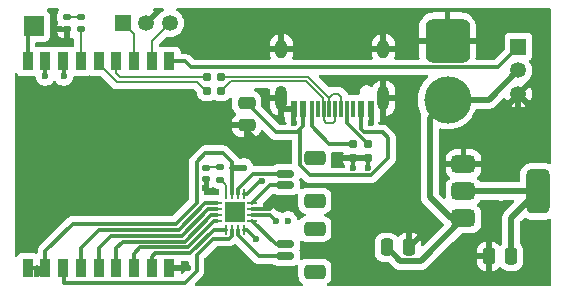
<source format=gbr>
%TF.GenerationSoftware,KiCad,Pcbnew,9.0.3*%
%TF.CreationDate,2025-07-29T11:09:22-06:00*%
%TF.ProjectId,Battle_Bot_Mind,42617474-6c65-45f4-926f-745f4d696e64,rev?*%
%TF.SameCoordinates,Original*%
%TF.FileFunction,Copper,L1,Top*%
%TF.FilePolarity,Positive*%
%FSLAX46Y46*%
G04 Gerber Fmt 4.6, Leading zero omitted, Abs format (unit mm)*
G04 Created by KiCad (PCBNEW 9.0.3) date 2025-07-29 11:09:22*
%MOMM*%
%LPD*%
G01*
G04 APERTURE LIST*
G04 Aperture macros list*
%AMRoundRect*
0 Rectangle with rounded corners*
0 $1 Rounding radius*
0 $2 $3 $4 $5 $6 $7 $8 $9 X,Y pos of 4 corners*
0 Add a 4 corners polygon primitive as box body*
4,1,4,$2,$3,$4,$5,$6,$7,$8,$9,$2,$3,0*
0 Add four circle primitives for the rounded corners*
1,1,$1+$1,$2,$3*
1,1,$1+$1,$4,$5*
1,1,$1+$1,$6,$7*
1,1,$1+$1,$8,$9*
0 Add four rect primitives between the rounded corners*
20,1,$1+$1,$2,$3,$4,$5,0*
20,1,$1+$1,$4,$5,$6,$7,0*
20,1,$1+$1,$6,$7,$8,$9,0*
20,1,$1+$1,$8,$9,$2,$3,0*%
G04 Aperture macros list end*
%TA.AperFunction,ComponentPad*%
%ADD10RoundRect,0.760000X-1.140000X1.140000X-1.140000X-1.140000X1.140000X-1.140000X1.140000X1.140000X0*%
%TD*%
%TA.AperFunction,ComponentPad*%
%ADD11C,4.000000*%
%TD*%
%TA.AperFunction,SMDPad,CuDef*%
%ADD12R,0.900000X1.500000*%
%TD*%
%TA.AperFunction,HeatsinkPad*%
%ADD13C,0.600000*%
%TD*%
%TA.AperFunction,HeatsinkPad*%
%ADD14R,2.900000X2.900000*%
%TD*%
%TA.AperFunction,ComponentPad*%
%ADD15R,1.700000X1.700000*%
%TD*%
%TA.AperFunction,SMDPad,CuDef*%
%ADD16RoundRect,0.160000X0.197500X0.160000X-0.197500X0.160000X-0.197500X-0.160000X0.197500X-0.160000X0*%
%TD*%
%TA.AperFunction,ComponentPad*%
%ADD17R,1.350000X1.350000*%
%TD*%
%TA.AperFunction,ComponentPad*%
%ADD18C,1.350000*%
%TD*%
%TA.AperFunction,SMDPad,CuDef*%
%ADD19RoundRect,0.160000X0.160000X-0.197500X0.160000X0.197500X-0.160000X0.197500X-0.160000X-0.197500X0*%
%TD*%
%TA.AperFunction,SMDPad,CuDef*%
%ADD20R,0.600000X1.450000*%
%TD*%
%TA.AperFunction,SMDPad,CuDef*%
%ADD21R,0.300000X1.450000*%
%TD*%
%TA.AperFunction,HeatsinkPad*%
%ADD22O,1.000000X2.100000*%
%TD*%
%TA.AperFunction,HeatsinkPad*%
%ADD23O,1.000000X1.600000*%
%TD*%
%TA.AperFunction,SMDPad,CuDef*%
%ADD24RoundRect,0.147500X0.172500X-0.147500X0.172500X0.147500X-0.172500X0.147500X-0.172500X-0.147500X0*%
%TD*%
%TA.AperFunction,SMDPad,CuDef*%
%ADD25RoundRect,0.250000X-0.475000X0.250000X-0.475000X-0.250000X0.475000X-0.250000X0.475000X0.250000X0*%
%TD*%
%TA.AperFunction,SMDPad,CuDef*%
%ADD26RoundRect,0.135000X0.185000X-0.135000X0.185000X0.135000X-0.185000X0.135000X-0.185000X-0.135000X0*%
%TD*%
%TA.AperFunction,SMDPad,CuDef*%
%ADD27RoundRect,0.375000X-0.625000X-0.375000X0.625000X-0.375000X0.625000X0.375000X-0.625000X0.375000X0*%
%TD*%
%TA.AperFunction,SMDPad,CuDef*%
%ADD28RoundRect,0.500000X-0.500000X-1.400000X0.500000X-1.400000X0.500000X1.400000X-0.500000X1.400000X0*%
%TD*%
%TA.AperFunction,SMDPad,CuDef*%
%ADD29RoundRect,0.140000X-0.170000X0.140000X-0.170000X-0.140000X0.170000X-0.140000X0.170000X0.140000X0*%
%TD*%
%TA.AperFunction,SMDPad,CuDef*%
%ADD30RoundRect,0.150000X-0.625000X0.150000X-0.625000X-0.150000X0.625000X-0.150000X0.625000X0.150000X0*%
%TD*%
%TA.AperFunction,SMDPad,CuDef*%
%ADD31RoundRect,0.250000X-0.650000X0.350000X-0.650000X-0.350000X0.650000X-0.350000X0.650000X0.350000X0*%
%TD*%
%TA.AperFunction,SMDPad,CuDef*%
%ADD32RoundRect,0.062500X0.062500X-0.325000X0.062500X0.325000X-0.062500X0.325000X-0.062500X-0.325000X0*%
%TD*%
%TA.AperFunction,SMDPad,CuDef*%
%ADD33RoundRect,0.062500X0.325000X-0.062500X0.325000X0.062500X-0.325000X0.062500X-0.325000X-0.062500X0*%
%TD*%
%TA.AperFunction,HeatsinkPad*%
%ADD34R,1.800000X1.800000*%
%TD*%
%TA.AperFunction,SMDPad,CuDef*%
%ADD35RoundRect,0.250000X-0.250000X-0.475000X0.250000X-0.475000X0.250000X0.475000X-0.250000X0.475000X0*%
%TD*%
%TA.AperFunction,SMDPad,CuDef*%
%ADD36RoundRect,0.250000X0.250000X0.475000X-0.250000X0.475000X-0.250000X-0.475000X0.250000X-0.475000X0*%
%TD*%
%TA.AperFunction,ViaPad*%
%ADD37C,0.600000*%
%TD*%
%TA.AperFunction,Conductor*%
%ADD38C,0.300000*%
%TD*%
%TA.AperFunction,Conductor*%
%ADD39C,0.500000*%
%TD*%
%TA.AperFunction,Conductor*%
%ADD40C,0.200000*%
%TD*%
G04 APERTURE END LIST*
D10*
%TO.P,J2,1,Pin_1*%
%TO.N,GND*%
X142750000Y-73750000D03*
D11*
%TO.P,J2,2,Pin_2*%
%TO.N,+BATT*%
X142750000Y-78750000D03*
%TD*%
D12*
%TO.P,U1,1,3V3*%
%TO.N,+3V3*%
X107200000Y-93000000D03*
%TO.P,U1,2,EN*%
X108700000Y-93000000D03*
%TO.P,U1,3,IO4*%
%TO.N,/PWM_A*%
X110200000Y-93000000D03*
%TO.P,U1,4,IO5*%
%TO.N,/EN*%
X111700000Y-93000000D03*
%TO.P,U1,5,IO6*%
%TO.N,/RESET*%
X113200000Y-93000000D03*
%TO.P,U1,6,IO7*%
%TO.N,/PH_B*%
X114700000Y-93000000D03*
%TO.P,U1,7,IO8*%
%TO.N,/PWM_B*%
X116200000Y-93000000D03*
%TO.P,U1,8,IO9*%
%TO.N,/PH_A*%
X117700000Y-93000000D03*
%TO.P,U1,9,GND*%
%TO.N,GND*%
X119200000Y-93000000D03*
%TO.P,U1,10,IO10*%
%TO.N,/ESC_PWM*%
X119200000Y-75500000D03*
%TO.P,U1,11,IO20/RXD*%
%TO.N,Net-(DBG1-Pin_3)*%
X117700000Y-75500000D03*
%TO.P,U1,12,IO21/TXD*%
%TO.N,Net-(DBG1-Pin_1)*%
X116200000Y-75500000D03*
%TO.P,U1,13,IO18*%
%TO.N,/USB_D-*%
X114700000Y-75500000D03*
%TO.P,U1,14,IO19*%
%TO.N,/USB_D+*%
X113200000Y-75500000D03*
%TO.P,U1,15,IO3*%
%TO.N,/L1*%
X111700000Y-75500000D03*
%TO.P,U1,16,IO2*%
%TO.N,/SENSE_B*%
X110200000Y-75500000D03*
%TO.P,U1,17,IO1*%
%TO.N,/SENSE_A*%
X108700000Y-75500000D03*
%TO.P,U1,18,IO0*%
%TO.N,/BOOT*%
X107200000Y-75500000D03*
D13*
%TO.P,U1,19,GND*%
%TO.N,GND*%
X112850000Y-84390000D03*
X113950000Y-84390000D03*
X112300000Y-83840000D03*
X113400000Y-83840000D03*
X114500000Y-83840000D03*
X112850000Y-83290000D03*
D14*
X113400000Y-83290000D03*
D13*
X113950000Y-83290000D03*
X112300000Y-82740000D03*
X113400000Y-82740000D03*
X114500000Y-82740000D03*
X112850000Y-82190000D03*
X113950000Y-82190000D03*
%TD*%
D15*
%TO.P,J4,1,Pin_1*%
%TO.N,/BOOT*%
X107750000Y-72500000D03*
%TD*%
D16*
%TO.P,R6,1*%
%TO.N,Net-(J1-D--PadA7)*%
X123597500Y-76788000D03*
%TO.P,R6,2*%
%TO.N,/USB_D-*%
X122402500Y-76788000D03*
%TD*%
D17*
%TO.P,DBG1,1,Pin_1*%
%TO.N,Net-(DBG1-Pin_1)*%
X115250000Y-72250000D03*
D18*
%TO.P,DBG1,2,Pin_2*%
%TO.N,GND*%
X117250000Y-72250000D03*
%TO.P,DBG1,3,Pin_3*%
%TO.N,Net-(DBG1-Pin_3)*%
X119250000Y-72250000D03*
%TD*%
D16*
%TO.P,R5,1*%
%TO.N,Net-(J1-D+-PadA6)*%
X123597500Y-78038000D03*
%TO.P,R5,2*%
%TO.N,/USB_D+*%
X122402500Y-78038000D03*
%TD*%
D19*
%TO.P,R1,1*%
%TO.N,GND*%
X136000000Y-83695000D03*
%TO.P,R1,2*%
%TO.N,Net-(J1-CC1)*%
X136000000Y-82500000D03*
%TD*%
D20*
%TO.P,J1,A1,GND*%
%TO.N,GND*%
X136250000Y-79545000D03*
%TO.P,J1,A4,VBUS*%
%TO.N,VBUS*%
X135450000Y-79545000D03*
D21*
%TO.P,J1,A5,CC1*%
%TO.N,Net-(J1-CC1)*%
X134250000Y-79545000D03*
%TO.P,J1,A6,D+*%
%TO.N,Net-(J1-D+-PadA6)*%
X133250000Y-79545000D03*
%TO.P,J1,A7,D-*%
%TO.N,Net-(J1-D--PadA7)*%
X132750000Y-79545000D03*
%TO.P,J1,A8*%
%TO.N,N/C*%
X131750000Y-79545000D03*
D20*
%TO.P,J1,A9,VBUS*%
%TO.N,VBUS*%
X130550000Y-79545000D03*
%TO.P,J1,A12,GND*%
%TO.N,GND*%
X129750000Y-79545000D03*
%TO.P,J1,B1,GND*%
X129750000Y-79545000D03*
%TO.P,J1,B4,VBUS*%
%TO.N,VBUS*%
X130550000Y-79545000D03*
D21*
%TO.P,J1,B5,CC2*%
%TO.N,Net-(J1-CC2)*%
X131250000Y-79545000D03*
%TO.P,J1,B6,D+*%
%TO.N,Net-(J1-D+-PadA6)*%
X132250000Y-79545000D03*
%TO.P,J1,B7,D-*%
%TO.N,Net-(J1-D--PadA7)*%
X133750000Y-79545000D03*
%TO.P,J1,B8*%
%TO.N,N/C*%
X134750000Y-79545000D03*
D20*
%TO.P,J1,B9,VBUS*%
%TO.N,VBUS*%
X135450000Y-79545000D03*
%TO.P,J1,B12,GND*%
%TO.N,GND*%
X136250000Y-79545000D03*
D22*
%TO.P,J1,S1,SHIELD*%
X137320000Y-78630000D03*
D23*
X137320000Y-74450000D03*
D22*
X128680000Y-78630000D03*
D23*
X128680000Y-74450000D03*
%TD*%
D24*
%TO.P,D2,1,K*%
%TO.N,GND*%
X110500000Y-72750000D03*
%TO.P,D2,2,A*%
%TO.N,Net-(D2-A)*%
X110500000Y-71780000D03*
%TD*%
D25*
%TO.P,C1,1*%
%TO.N,VBUS*%
X125750000Y-79000000D03*
%TO.P,C1,2*%
%TO.N,GND*%
X125750000Y-80900000D03*
%TD*%
D26*
%TO.P,R3,1*%
%TO.N,/L1*%
X111750000Y-72750000D03*
%TO.P,R3,2*%
%TO.N,Net-(D2-A)*%
X111750000Y-71730000D03*
%TD*%
%TO.P,R8,1*%
%TO.N,Net-(U3-TOFF)*%
X123500000Y-85500000D03*
%TO.P,R8,2*%
%TO.N,Net-(C9-Pad1)*%
X123500000Y-84480000D03*
%TD*%
D27*
%TO.P,U4,1,GND*%
%TO.N,GND*%
X144100000Y-84200000D03*
%TO.P,U4,2,VO*%
%TO.N,+3V3*%
X144100000Y-86500000D03*
D28*
X150400000Y-86500000D03*
D27*
%TO.P,U4,3,VI*%
%TO.N,+BATT*%
X144100000Y-88800000D03*
%TD*%
D29*
%TO.P,C9,1*%
%TO.N,Net-(C9-Pad1)*%
X122270000Y-84510000D03*
%TO.P,C9,2*%
%TO.N,GND*%
X122270000Y-85470000D03*
%TD*%
D30*
%TO.P,M1,1,Pin_1*%
%TO.N,Net-(M1-Pin_1)*%
X129000000Y-85000000D03*
%TO.P,M1,2,Pin_2*%
%TO.N,Net-(M1-Pin_2)*%
X129000000Y-86000000D03*
D31*
%TO.P,M1,MP*%
%TO.N,N/C*%
X131525000Y-83700000D03*
X131525000Y-87300000D03*
%TD*%
D32*
%TO.P,U3,1,PHA*%
%TO.N,/PH_A*%
X124000000Y-89737500D03*
%TO.P,U3,2,PWMA*%
%TO.N,/PWM_A*%
X124500000Y-89737500D03*
%TO.P,U3,3,OUTA1*%
%TO.N,Net-(M2-Pin_2)*%
X125000000Y-89737500D03*
%TO.P,U3,4,SENSEA*%
%TO.N,/SENSE_A*%
X125500000Y-89737500D03*
D33*
%TO.P,U3,5,OUTA2*%
%TO.N,Net-(M2-Pin_1)*%
X126237500Y-89000000D03*
%TO.P,U3,6,VS*%
%TO.N,+BATT*%
X126237500Y-88500000D03*
%TO.P,U3,7,GND*%
%TO.N,GND*%
X126237500Y-88000000D03*
%TO.P,U3,8,OUTB2*%
%TO.N,Net-(M1-Pin_2)*%
X126237500Y-87500000D03*
D32*
%TO.P,U3,9,SENSEB*%
%TO.N,/SENSE_B*%
X125500000Y-86762500D03*
%TO.P,U3,10,OUTB1*%
%TO.N,Net-(M1-Pin_1)*%
X125000000Y-86762500D03*
%TO.P,U3,11,REF*%
%TO.N,+3V3*%
X124500000Y-86762500D03*
%TO.P,U3,12,TOFF*%
%TO.N,Net-(U3-TOFF)*%
X124000000Y-86762500D03*
D33*
%TO.P,U3,13,EN/FLT*%
%TO.N,/EN*%
X123262500Y-87500000D03*
%TO.P,U3,14,STBY/RESET*%
%TO.N,/RESET*%
X123262500Y-88000000D03*
%TO.P,U3,15,PHB*%
%TO.N,/PH_B*%
X123262500Y-88500000D03*
%TO.P,U3,16,PWMB*%
%TO.N,/PWM_B*%
X123262500Y-89000000D03*
D34*
%TO.P,U3,17,EPAD*%
%TO.N,GND*%
X124750000Y-88250000D03*
%TD*%
D35*
%TO.P,C6,1*%
%TO.N,+BATT*%
X137590000Y-91250000D03*
%TO.P,C6,2*%
%TO.N,GND*%
X139490000Y-91250000D03*
%TD*%
D36*
%TO.P,C5,1*%
%TO.N,+3V3*%
X148150000Y-92000000D03*
%TO.P,C5,2*%
%TO.N,GND*%
X146250000Y-92000000D03*
%TD*%
D19*
%TO.P,R2,1*%
%TO.N,GND*%
X134750000Y-83695000D03*
%TO.P,R2,2*%
%TO.N,Net-(J1-CC2)*%
X134750000Y-82500000D03*
%TD*%
D30*
%TO.P,M2,1,Pin_1*%
%TO.N,Net-(M2-Pin_1)*%
X129000000Y-91000000D03*
%TO.P,M2,2,Pin_2*%
%TO.N,Net-(M2-Pin_2)*%
X129000000Y-92000000D03*
D31*
%TO.P,M2,MP*%
%TO.N,N/C*%
X131525000Y-89700000D03*
X131525000Y-93300000D03*
%TD*%
D17*
%TO.P,J3,1,Pin_1*%
%TO.N,/ESC_PWM*%
X148750000Y-74250000D03*
D18*
%TO.P,J3,2,Pin_2*%
%TO.N,+BATT*%
X148750000Y-76250000D03*
%TO.P,J3,3,Pin_3*%
%TO.N,GND*%
X148750000Y-78250000D03*
%TD*%
D37*
%TO.N,GND*%
X123500000Y-92000000D03*
X141000000Y-90250000D03*
X110500000Y-73500000D03*
X129750000Y-80750000D03*
X148750000Y-80250000D03*
X124750000Y-88250000D03*
X134750000Y-84500000D03*
X120750000Y-93000000D03*
X136250000Y-80750000D03*
X136000000Y-84500000D03*
X147250000Y-84250000D03*
X122250000Y-86250000D03*
X128250000Y-87500000D03*
X144750000Y-92000000D03*
X121250000Y-72750000D03*
X126750000Y-82500000D03*
X129250000Y-87500000D03*
%TO.N,+3V3*%
X147250000Y-86500000D03*
X125500000Y-84500000D03*
X108000000Y-93500000D03*
%TO.N,+BATT*%
X128250000Y-89000000D03*
X129250000Y-89000000D03*
%TO.N,/SENSE_A*%
X126500000Y-90500000D03*
X108700000Y-76750000D03*
%TO.N,/SENSE_B*%
X110250000Y-76750000D03*
X127000000Y-85650000D03*
%TD*%
D38*
%TO.N,/ESC_PWM*%
X120500000Y-75500000D02*
X119200000Y-75500000D01*
X121001000Y-76001000D02*
X120500000Y-75500000D01*
X146999000Y-76001000D02*
X121001000Y-76001000D01*
X148750000Y-74250000D02*
X146999000Y-76001000D01*
%TO.N,VBUS*%
X130274000Y-84305870D02*
X131119130Y-85151000D01*
X130375000Y-81125000D02*
X130274000Y-81226000D01*
X137250000Y-81500000D02*
X135708520Y-81500000D01*
X130550000Y-80950000D02*
X130550000Y-79545000D01*
X125750000Y-79000000D02*
X128250000Y-81500000D01*
X137750000Y-82000000D02*
X137250000Y-81500000D01*
X130000000Y-81500000D02*
X130375000Y-81125000D01*
X136269654Y-85151000D02*
X137750000Y-83670654D01*
X130375000Y-81125000D02*
X130550000Y-80950000D01*
X137750000Y-83670654D02*
X137750000Y-82000000D01*
X135450000Y-81241480D02*
X135450000Y-79545000D01*
X135708520Y-81500000D02*
X135450000Y-81241480D01*
X128250000Y-81500000D02*
X130000000Y-81500000D01*
X130274000Y-81226000D02*
X130274000Y-84305870D01*
X131119130Y-85151000D02*
X136269654Y-85151000D01*
D39*
%TO.N,GND*%
X139490000Y-91250000D02*
X140490000Y-90250000D01*
D38*
X119200000Y-93000000D02*
X120750000Y-93000000D01*
X134750000Y-83695000D02*
X134750000Y-84500000D01*
D39*
X146250000Y-92000000D02*
X144750000Y-92000000D01*
D40*
X110500000Y-72750000D02*
X110500000Y-73500000D01*
D39*
X125747070Y-80897070D02*
X125743889Y-80897070D01*
D40*
X122270000Y-86230000D02*
X122250000Y-86250000D01*
D39*
X140490000Y-90250000D02*
X141000000Y-90250000D01*
X125750000Y-80900000D02*
X125747070Y-80897070D01*
D38*
X129750000Y-79545000D02*
X129750000Y-80750000D01*
D39*
X147200000Y-84200000D02*
X147250000Y-84250000D01*
X125743889Y-80897070D02*
X125743889Y-81493889D01*
D40*
X122270000Y-85470000D02*
X122270000Y-86230000D01*
D38*
X128250000Y-87500000D02*
X127750000Y-88000000D01*
X136000000Y-83695000D02*
X136000000Y-84500000D01*
D39*
X148750000Y-78250000D02*
X148750000Y-80250000D01*
D38*
X127750000Y-88000000D02*
X126237500Y-88000000D01*
D39*
X125743889Y-81493889D02*
X126750000Y-82500000D01*
X144100000Y-84200000D02*
X147200000Y-84200000D01*
D38*
X136250000Y-79545000D02*
X136250000Y-80750000D01*
%TO.N,Net-(J1-CC1)*%
X134250000Y-80750000D02*
X134250000Y-79545000D01*
X136000000Y-82500000D02*
X134250000Y-80750000D01*
D40*
%TO.N,Net-(J1-D--PadA7)*%
X123597500Y-76788000D02*
X130970000Y-76788000D01*
X133750000Y-79545000D02*
X133750000Y-78500000D01*
X133750000Y-78500000D02*
X133500000Y-78250000D01*
X132750000Y-78568000D02*
X132750000Y-79545000D01*
X133068000Y-78250000D02*
X132750000Y-78568000D01*
X133500000Y-78250000D02*
X133068000Y-78250000D01*
X130970000Y-76788000D02*
X132750000Y-78568000D01*
%TO.N,Net-(J1-D+-PadA6)*%
X132201000Y-79496000D02*
X132201000Y-78586100D01*
X133250000Y-79545000D02*
X133250000Y-80522000D01*
X133250000Y-80522000D02*
X133022000Y-80750000D01*
X124446500Y-77189000D02*
X123597500Y-78038000D01*
X132250000Y-79545000D02*
X132201000Y-79496000D01*
X132250000Y-80500000D02*
X132250000Y-79545000D01*
X132500000Y-80750000D02*
X132250000Y-80500000D01*
X132201000Y-78586100D02*
X130803900Y-77189000D01*
X133022000Y-80750000D02*
X132500000Y-80750000D01*
X130803900Y-77189000D02*
X124446500Y-77189000D01*
D38*
%TO.N,Net-(J1-CC2)*%
X132750000Y-82500000D02*
X131250000Y-81000000D01*
X134750000Y-82500000D02*
X132750000Y-82500000D01*
X131250000Y-81000000D02*
X131250000Y-79545000D01*
D40*
%TO.N,/USB_D+*%
X113200000Y-75700000D02*
X114750000Y-77250000D01*
X113200000Y-75500000D02*
X113200000Y-75700000D01*
X114750000Y-77250000D02*
X121500000Y-77250000D01*
X122402500Y-78038000D02*
X122288000Y-78038000D01*
X122288000Y-78038000D02*
X121500000Y-77250000D01*
%TO.N,/USB_D-*%
X114700000Y-76488000D02*
X115000000Y-76788000D01*
X122402500Y-76788000D02*
X115000000Y-76788000D01*
X114700000Y-75500000D02*
X114700000Y-76488000D01*
D39*
%TO.N,+3V3*%
X144100000Y-86500000D02*
X147250000Y-86500000D01*
D38*
X123750000Y-83250000D02*
X122250000Y-83250000D01*
D39*
X108000000Y-93500000D02*
X108000000Y-93000000D01*
D38*
X124500000Y-84500000D02*
X124500000Y-84000000D01*
X121500000Y-87500000D02*
X119750000Y-89250000D01*
D39*
X147250000Y-86500000D02*
X150400000Y-86500000D01*
D38*
X108700000Y-91550000D02*
X108700000Y-92360000D01*
X122250000Y-83250000D02*
X121500000Y-84000000D01*
D39*
X148150000Y-92000000D02*
X148150000Y-88750000D01*
D38*
X108000000Y-93000000D02*
X108700000Y-93000000D01*
D39*
X124500000Y-84500000D02*
X125500000Y-84500000D01*
X148150000Y-88750000D02*
X150400000Y-86500000D01*
D38*
X107200000Y-93000000D02*
X108000000Y-93000000D01*
X121500000Y-84000000D02*
X121500000Y-87500000D01*
X124500000Y-84500000D02*
X124500000Y-86762500D01*
X111000000Y-89250000D02*
X108700000Y-91550000D01*
X119750000Y-89250000D02*
X111000000Y-89250000D01*
X124500000Y-84000000D02*
X123750000Y-83250000D01*
D39*
%TO.N,+BATT*%
X138766000Y-92426000D02*
X137590000Y-91250000D01*
X140474000Y-92426000D02*
X138766000Y-92426000D01*
X144100000Y-88800000D02*
X143050000Y-88800000D01*
X142750000Y-78750000D02*
X141250000Y-80250000D01*
X146250000Y-78750000D02*
X148750000Y-76250000D01*
X144100000Y-88800000D02*
X140474000Y-92426000D01*
D38*
X128250000Y-89000000D02*
X127750000Y-88500000D01*
X127750000Y-88500000D02*
X126237500Y-88500000D01*
D39*
X143050000Y-88800000D02*
X141250000Y-87000000D01*
X142750000Y-78750000D02*
X146250000Y-78750000D01*
X141250000Y-80250000D02*
X141250000Y-87000000D01*
D40*
%TO.N,Net-(C9-Pad1)*%
X123500000Y-84480000D02*
X122300000Y-84480000D01*
X122300000Y-84480000D02*
X122270000Y-84510000D01*
D38*
%TO.N,/BOOT*%
X107200000Y-75500000D02*
X107200000Y-72550000D01*
X107200000Y-72550000D02*
X107250000Y-72500000D01*
D40*
%TO.N,Net-(D2-A)*%
X111750000Y-71730000D02*
X110550000Y-71730000D01*
X110550000Y-71730000D02*
X110500000Y-71780000D01*
D38*
%TO.N,Net-(M1-Pin_2)*%
X129000000Y-86000000D02*
X127737500Y-86000000D01*
X127737500Y-86000000D02*
X126237500Y-87500000D01*
%TO.N,Net-(M1-Pin_1)*%
X129000000Y-85000000D02*
X126288490Y-85000000D01*
X125000000Y-86288490D02*
X125000000Y-86762500D01*
X126288490Y-85000000D02*
X125000000Y-86288490D01*
%TO.N,Net-(M2-Pin_2)*%
X125000000Y-90211510D02*
X125000000Y-89737500D01*
X126788490Y-92000000D02*
X125000000Y-90211510D01*
X129000000Y-92000000D02*
X126788490Y-92000000D01*
%TO.N,Net-(M2-Pin_1)*%
X126237500Y-89000000D02*
X128237500Y-91000000D01*
X128237500Y-91000000D02*
X129000000Y-91000000D01*
D40*
%TO.N,/L1*%
X111700000Y-75500000D02*
X111700000Y-72800000D01*
D38*
X111700000Y-74860000D02*
X111700000Y-75450000D01*
D40*
X111700000Y-72800000D02*
X111750000Y-72750000D01*
%TO.N,Net-(U3-TOFF)*%
X124000000Y-86000000D02*
X123500000Y-85500000D01*
X124000000Y-86762500D02*
X124000000Y-86000000D01*
%TO.N,Net-(DBG1-Pin_1)*%
X116200000Y-73200000D02*
X116200000Y-75500000D01*
X115250000Y-72250000D02*
X116200000Y-73200000D01*
D38*
%TO.N,/SENSE_A*%
X108700000Y-75500000D02*
X108700000Y-76750000D01*
X125500000Y-89737500D02*
X125737500Y-89737500D01*
X125737500Y-89737500D02*
X126500000Y-90500000D01*
%TO.N,/PH_B*%
X120500000Y-90750000D02*
X118978041Y-90750000D01*
X114700000Y-91300000D02*
X115250000Y-90750000D01*
X114700000Y-93000000D02*
X114700000Y-91300000D01*
X123262500Y-88500000D02*
X122750000Y-88500000D01*
X115250000Y-90750000D02*
X118978041Y-90750000D01*
X122750000Y-88500000D02*
X120500000Y-90750000D01*
%TO.N,/PH_A*%
X122971020Y-89737500D02*
X120957520Y-91751000D01*
X117700000Y-92050000D02*
X117700000Y-93000000D01*
X117999000Y-91751000D02*
X117700000Y-92050000D01*
X120957520Y-91751000D02*
X117999000Y-91751000D01*
X124000000Y-89737500D02*
X122971020Y-89737500D01*
%TO.N,/RESET*%
X113200000Y-93000000D02*
X113200000Y-91300000D01*
X122500000Y-88000000D02*
X120250000Y-90250000D01*
X114250000Y-90250000D02*
X118769520Y-90250000D01*
X120250000Y-90250000D02*
X118769520Y-90250000D01*
X113200000Y-91300000D02*
X114250000Y-90250000D01*
X123262500Y-88000000D02*
X122500000Y-88000000D01*
%TO.N,/SENSE_B*%
X110250000Y-75550000D02*
X110200000Y-75500000D01*
X126850000Y-85650000D02*
X125737500Y-86762500D01*
X125737500Y-86762500D02*
X125500000Y-86762500D01*
X110250000Y-76750000D02*
X110250000Y-75550000D01*
X127000000Y-85650000D02*
X126850000Y-85650000D01*
%TO.N,/EN*%
X111700000Y-93000000D02*
X111700000Y-91300000D01*
X123262500Y-87500000D02*
X122250000Y-87500000D01*
X111700000Y-91300000D02*
X113250000Y-89750000D01*
X120000000Y-89750000D02*
X118518520Y-89750000D01*
X113250000Y-89750000D02*
X118518520Y-89750000D01*
X122250000Y-87500000D02*
X120000000Y-89750000D01*
%TO.N,/PWM_B*%
X123000000Y-89000000D02*
X123262500Y-89000000D01*
X120750000Y-91250000D02*
X123000000Y-89000000D01*
X116750000Y-91250000D02*
X120750000Y-91250000D01*
X116200000Y-91800000D02*
X116750000Y-91250000D01*
X116200000Y-93000000D02*
X116200000Y-91800000D01*
%TO.N,/PWM_A*%
X122917040Y-90500000D02*
X124250000Y-90500000D01*
X121500000Y-93250000D02*
X121500000Y-91917040D01*
X110250000Y-94250000D02*
X120500000Y-94250000D01*
X124500000Y-90250000D02*
X124500000Y-89737500D01*
X120500000Y-94250000D02*
X121500000Y-93250000D01*
X124250000Y-90500000D02*
X124500000Y-90250000D01*
X121500000Y-91917040D02*
X122917040Y-90500000D01*
X110250000Y-92410000D02*
X110250000Y-94250000D01*
D40*
%TO.N,Net-(DBG1-Pin_3)*%
X117700000Y-73800000D02*
X117700000Y-75500000D01*
X119250000Y-72250000D02*
X117700000Y-73800000D01*
%TD*%
%TA.AperFunction,Conductor*%
%TO.N,GND*%
G36*
X124812576Y-90959880D02*
G01*
X124856926Y-90988382D01*
X126373815Y-92505272D01*
X126373818Y-92505275D01*
X126467002Y-92567538D01*
X126467003Y-92567538D01*
X126467004Y-92567539D01*
X126480363Y-92576465D01*
X126598746Y-92625501D01*
X126598750Y-92625501D01*
X126598751Y-92625502D01*
X126724418Y-92650500D01*
X126724421Y-92650500D01*
X127909484Y-92650500D01*
X127972605Y-92667768D01*
X128026395Y-92699579D01*
X128114602Y-92751744D01*
X128114609Y-92751746D01*
X128272426Y-92797597D01*
X128272429Y-92797597D01*
X128272431Y-92797598D01*
X128309306Y-92800500D01*
X128309314Y-92800500D01*
X129690686Y-92800500D01*
X129690694Y-92800500D01*
X129727569Y-92797598D01*
X129727571Y-92797597D01*
X129727573Y-92797597D01*
X129885392Y-92751746D01*
X129885392Y-92751745D01*
X129885398Y-92751744D01*
X129944551Y-92716760D01*
X130012271Y-92699579D01*
X130078534Y-92721738D01*
X130122297Y-92776204D01*
X130131027Y-92836096D01*
X130124500Y-92899981D01*
X130124500Y-93700001D01*
X130124501Y-93700019D01*
X130135000Y-93802796D01*
X130135001Y-93802799D01*
X130190185Y-93969331D01*
X130190187Y-93969336D01*
X130204373Y-93992335D01*
X130275435Y-94107546D01*
X130282289Y-94118657D01*
X130406344Y-94242712D01*
X130450522Y-94269961D01*
X130497247Y-94321909D01*
X130508470Y-94390871D01*
X130480627Y-94454953D01*
X130422558Y-94493810D01*
X130385426Y-94499500D01*
X121469808Y-94499500D01*
X121402769Y-94479815D01*
X121357014Y-94427011D01*
X121347070Y-94357853D01*
X121376095Y-94294297D01*
X121382127Y-94287819D01*
X122005272Y-93664674D01*
X122005277Y-93664669D01*
X122076466Y-93558126D01*
X122125501Y-93439743D01*
X122150500Y-93314069D01*
X122150500Y-93185931D01*
X122150500Y-92237847D01*
X122170185Y-92170808D01*
X122186819Y-92150166D01*
X123150166Y-91186819D01*
X123211489Y-91153334D01*
X123237847Y-91150500D01*
X124314071Y-91150500D01*
X124437235Y-91126000D01*
X124439744Y-91125501D01*
X124558127Y-91076465D01*
X124585572Y-91058127D01*
X124664669Y-91005277D01*
X124681562Y-90988384D01*
X124742884Y-90954897D01*
X124812576Y-90959880D01*
G37*
%TD.AperFunction*%
%TA.AperFunction,Conductor*%
G36*
X141044264Y-76659631D02*
G01*
X141072641Y-76664900D01*
X141077376Y-76669354D01*
X141083612Y-76671185D01*
X141102506Y-76692990D01*
X141123536Y-76712770D01*
X141125111Y-76719078D01*
X141129367Y-76723989D01*
X141133473Y-76752551D01*
X141140470Y-76780557D01*
X141138385Y-76786713D01*
X141139311Y-76793147D01*
X141127322Y-76819398D01*
X141118068Y-76846738D01*
X141111787Y-76853415D01*
X141110286Y-76856703D01*
X141093886Y-76872447D01*
X141081175Y-76882583D01*
X140882583Y-77081175D01*
X140707476Y-77300753D01*
X140558053Y-77538557D01*
X140436200Y-77791588D01*
X140343443Y-78056670D01*
X140343439Y-78056682D01*
X140280945Y-78330487D01*
X140280942Y-78330505D01*
X140249500Y-78609568D01*
X140249500Y-78890431D01*
X140280942Y-79169494D01*
X140280945Y-79169512D01*
X140343439Y-79443317D01*
X140343443Y-79443329D01*
X140436200Y-79708411D01*
X140436203Y-79708419D01*
X140533514Y-79910487D01*
X140544866Y-79979428D01*
X140536357Y-80011736D01*
X140528899Y-80029744D01*
X140528341Y-80031090D01*
X140528340Y-80031093D01*
X140499500Y-80176079D01*
X140499500Y-80176082D01*
X140499500Y-87073918D01*
X140499500Y-87073920D01*
X140499499Y-87073920D01*
X140528340Y-87218907D01*
X140528343Y-87218917D01*
X140584914Y-87355492D01*
X140615053Y-87400598D01*
X140615054Y-87400601D01*
X140667046Y-87478414D01*
X140667052Y-87478421D01*
X142425950Y-89237318D01*
X142459435Y-89298641D01*
X142454451Y-89368333D01*
X142425950Y-89412680D01*
X140701680Y-91136951D01*
X140640357Y-91170436D01*
X140570665Y-91165452D01*
X140514732Y-91123580D01*
X140490315Y-91058116D01*
X140489999Y-91049270D01*
X140489999Y-90725028D01*
X140489998Y-90725013D01*
X140479505Y-90622302D01*
X140424358Y-90455880D01*
X140424356Y-90455875D01*
X140332315Y-90306654D01*
X140208345Y-90182684D01*
X140059124Y-90090643D01*
X140059119Y-90090641D01*
X139892697Y-90035494D01*
X139892690Y-90035493D01*
X139789986Y-90025000D01*
X139740000Y-90025000D01*
X139740000Y-91126000D01*
X139720315Y-91193039D01*
X139667511Y-91238794D01*
X139616000Y-91250000D01*
X139364000Y-91250000D01*
X139296961Y-91230315D01*
X139251206Y-91177511D01*
X139240000Y-91126000D01*
X139240000Y-90025000D01*
X139239999Y-90024999D01*
X139190029Y-90025000D01*
X139190011Y-90025001D01*
X139087302Y-90035494D01*
X138920880Y-90090641D01*
X138920875Y-90090643D01*
X138771654Y-90182684D01*
X138647683Y-90306655D01*
X138647679Y-90306660D01*
X138645826Y-90309665D01*
X138644018Y-90311290D01*
X138643202Y-90312323D01*
X138643025Y-90312183D01*
X138593874Y-90356385D01*
X138524911Y-90367601D01*
X138460831Y-90339752D01*
X138434753Y-90309653D01*
X138434737Y-90309628D01*
X138432712Y-90306344D01*
X138308656Y-90182288D01*
X138159334Y-90090186D01*
X137992797Y-90035001D01*
X137992795Y-90035000D01*
X137890010Y-90024500D01*
X137289998Y-90024500D01*
X137289980Y-90024501D01*
X137187203Y-90035000D01*
X137187200Y-90035001D01*
X137020668Y-90090185D01*
X137020663Y-90090187D01*
X136871342Y-90182289D01*
X136747289Y-90306342D01*
X136655187Y-90455663D01*
X136655185Y-90455668D01*
X136655115Y-90455880D01*
X136600001Y-90622203D01*
X136600001Y-90622204D01*
X136600000Y-90622204D01*
X136589500Y-90724983D01*
X136589500Y-91775001D01*
X136589501Y-91775019D01*
X136600000Y-91877796D01*
X136600001Y-91877799D01*
X136643036Y-92007669D01*
X136655186Y-92044334D01*
X136747288Y-92193656D01*
X136871344Y-92317712D01*
X137020666Y-92409814D01*
X137187203Y-92464999D01*
X137289991Y-92475500D01*
X137702769Y-92475499D01*
X137769808Y-92495183D01*
X137790450Y-92511818D01*
X137995395Y-92716762D01*
X138183049Y-92904416D01*
X138259187Y-92980554D01*
X138287585Y-93008952D01*
X138410498Y-93091080D01*
X138410511Y-93091087D01*
X138547082Y-93147656D01*
X138547087Y-93147658D01*
X138547091Y-93147658D01*
X138547092Y-93147659D01*
X138692079Y-93176500D01*
X138692082Y-93176500D01*
X140547920Y-93176500D01*
X140645462Y-93157096D01*
X140692913Y-93147658D01*
X140829495Y-93091084D01*
X140878729Y-93058186D01*
X140952416Y-93008952D01*
X141436382Y-92524986D01*
X145250001Y-92524986D01*
X145260494Y-92627697D01*
X145315641Y-92794119D01*
X145315643Y-92794124D01*
X145407684Y-92943345D01*
X145531654Y-93067315D01*
X145680875Y-93159356D01*
X145680880Y-93159358D01*
X145847302Y-93214505D01*
X145847309Y-93214506D01*
X145950019Y-93224999D01*
X145999999Y-93224998D01*
X146000000Y-93224998D01*
X146000000Y-92250000D01*
X145250001Y-92250000D01*
X145250001Y-92524986D01*
X141436382Y-92524986D01*
X142486354Y-91475013D01*
X145250000Y-91475013D01*
X145250000Y-91750000D01*
X146000000Y-91750000D01*
X146000000Y-90775000D01*
X145999999Y-90774999D01*
X145950029Y-90775000D01*
X145950011Y-90775001D01*
X145847302Y-90785494D01*
X145680880Y-90840641D01*
X145680875Y-90840643D01*
X145531654Y-90932684D01*
X145407684Y-91056654D01*
X145315643Y-91205875D01*
X145315641Y-91205880D01*
X145260494Y-91372302D01*
X145260493Y-91372309D01*
X145250000Y-91475013D01*
X142486354Y-91475013D01*
X143171368Y-90789999D01*
X143874548Y-90086818D01*
X143935871Y-90053333D01*
X143962229Y-90050499D01*
X144801123Y-90050499D01*
X144801123Y-90050498D01*
X144843889Y-90047600D01*
X145028693Y-90001641D01*
X145199296Y-89917030D01*
X145347722Y-89797722D01*
X145467030Y-89649296D01*
X145551641Y-89478693D01*
X145597600Y-89293889D01*
X145600500Y-89251123D01*
X145600499Y-88348878D01*
X145597600Y-88306111D01*
X145551641Y-88121307D01*
X145509315Y-88035964D01*
X145467032Y-87950707D01*
X145467030Y-87950704D01*
X145347722Y-87802278D01*
X145347721Y-87802277D01*
X145278514Y-87746647D01*
X145238595Y-87689304D01*
X145236015Y-87619482D01*
X145271594Y-87559349D01*
X145278514Y-87553353D01*
X145324643Y-87516273D01*
X145347722Y-87497722D01*
X145467030Y-87349296D01*
X145481854Y-87319406D01*
X145529275Y-87268093D01*
X145592942Y-87250500D01*
X146945396Y-87250500D01*
X146992844Y-87259937D01*
X147016503Y-87269737D01*
X147016508Y-87269738D01*
X147016511Y-87269739D01*
X147171153Y-87300499D01*
X147171156Y-87300500D01*
X147171158Y-87300500D01*
X147328844Y-87300500D01*
X147328845Y-87300499D01*
X147405152Y-87285320D01*
X147483488Y-87269739D01*
X147483489Y-87269738D01*
X147483497Y-87269737D01*
X147507155Y-87259937D01*
X147554604Y-87250500D01*
X148288770Y-87250500D01*
X148355809Y-87270185D01*
X148401564Y-87322989D01*
X148411508Y-87392147D01*
X148382483Y-87455703D01*
X148376451Y-87462181D01*
X147567047Y-88271584D01*
X147559638Y-88282674D01*
X147541209Y-88310256D01*
X147515403Y-88348878D01*
X147484914Y-88394507D01*
X147428343Y-88531082D01*
X147428340Y-88531092D01*
X147399500Y-88676079D01*
X147399500Y-90912770D01*
X147391493Y-90940035D01*
X147386513Y-90968017D01*
X147381046Y-90975616D01*
X147379815Y-90979809D01*
X147366451Y-90997055D01*
X147364857Y-90998774D01*
X147307288Y-91056344D01*
X147298889Y-91069960D01*
X147290657Y-91078844D01*
X147270627Y-91090790D01*
X147253291Y-91106383D01*
X147241185Y-91108352D01*
X147230651Y-91114636D01*
X147207344Y-91113857D01*
X147184328Y-91117602D01*
X147173078Y-91112713D01*
X147160821Y-91112304D01*
X147141636Y-91099050D01*
X147120247Y-91089755D01*
X147108412Y-91076096D01*
X147103336Y-91072589D01*
X147101445Y-91068055D01*
X147094168Y-91059656D01*
X147092319Y-91056659D01*
X147092316Y-91056655D01*
X146968345Y-90932684D01*
X146819124Y-90840643D01*
X146819119Y-90840641D01*
X146652697Y-90785494D01*
X146652690Y-90785493D01*
X146549986Y-90775000D01*
X146500000Y-90775000D01*
X146500000Y-93224999D01*
X146549972Y-93224999D01*
X146549986Y-93224998D01*
X146652697Y-93214505D01*
X146819119Y-93159358D01*
X146819124Y-93159356D01*
X146968345Y-93067315D01*
X147092318Y-92943342D01*
X147094165Y-92940348D01*
X147095969Y-92938724D01*
X147096798Y-92937677D01*
X147096976Y-92937818D01*
X147146110Y-92893621D01*
X147215073Y-92882396D01*
X147279156Y-92910236D01*
X147305243Y-92940341D01*
X147307288Y-92943656D01*
X147431344Y-93067712D01*
X147580666Y-93159814D01*
X147747203Y-93214999D01*
X147849991Y-93225500D01*
X148450008Y-93225499D01*
X148450016Y-93225498D01*
X148450019Y-93225498D01*
X148506302Y-93219748D01*
X148552797Y-93214999D01*
X148719334Y-93159814D01*
X148868656Y-93067712D01*
X148992712Y-92943656D01*
X149084814Y-92794334D01*
X149139999Y-92627797D01*
X149150500Y-92525009D01*
X149150499Y-91474992D01*
X149139999Y-91372203D01*
X149084814Y-91205666D01*
X148992712Y-91056344D01*
X148936819Y-91000451D01*
X148903334Y-90939128D01*
X148900500Y-90912770D01*
X148900500Y-89112229D01*
X148920185Y-89045190D01*
X148936819Y-89024548D01*
X149060869Y-88900498D01*
X149200150Y-88761216D01*
X149261471Y-88727733D01*
X149331162Y-88732717D01*
X149345241Y-88738991D01*
X149346590Y-88739695D01*
X149346593Y-88739698D01*
X149429378Y-88782941D01*
X149526950Y-88833909D01*
X149551048Y-88840804D01*
X149722582Y-88889886D01*
X149841963Y-88900500D01*
X150958036Y-88900499D01*
X151077418Y-88889886D01*
X151273049Y-88833909D01*
X151318090Y-88810381D01*
X151386622Y-88796790D01*
X151451625Y-88822408D01*
X151492460Y-88879103D01*
X151499500Y-88920290D01*
X151499500Y-94375500D01*
X151479815Y-94442539D01*
X151427011Y-94488294D01*
X151375500Y-94499500D01*
X132664574Y-94499500D01*
X132597535Y-94479815D01*
X132551780Y-94427011D01*
X132541836Y-94357853D01*
X132570861Y-94294297D01*
X132599478Y-94269961D01*
X132614110Y-94260936D01*
X132643656Y-94242712D01*
X132767712Y-94118656D01*
X132859814Y-93969334D01*
X132914999Y-93802797D01*
X132925500Y-93700009D01*
X132925499Y-92899992D01*
X132914999Y-92797203D01*
X132859814Y-92630666D01*
X132767712Y-92481344D01*
X132643656Y-92357288D01*
X132494407Y-92265231D01*
X132494336Y-92265187D01*
X132494331Y-92265185D01*
X132456258Y-92252569D01*
X132327797Y-92210001D01*
X132327795Y-92210000D01*
X132225010Y-92199500D01*
X130824998Y-92199500D01*
X130824981Y-92199501D01*
X130722203Y-92210000D01*
X130722200Y-92210001D01*
X130555668Y-92265185D01*
X130555659Y-92265190D01*
X130464596Y-92321357D01*
X130397203Y-92339797D01*
X130330540Y-92318874D01*
X130285771Y-92265231D01*
X130275500Y-92215818D01*
X130275500Y-91784313D01*
X130275499Y-91784298D01*
X130274767Y-91775001D01*
X130272598Y-91747431D01*
X130254817Y-91686230D01*
X130226745Y-91589606D01*
X130226744Y-91589602D01*
X130211084Y-91563122D01*
X130193900Y-91495399D01*
X130211084Y-91436878D01*
X130226742Y-91410401D01*
X130226744Y-91410398D01*
X130272598Y-91252569D01*
X130275500Y-91215694D01*
X130275500Y-90784306D01*
X130275500Y-90784181D01*
X130295185Y-90717142D01*
X130347989Y-90671387D01*
X130417147Y-90661443D01*
X130464594Y-90678641D01*
X130555666Y-90734814D01*
X130722203Y-90789999D01*
X130824991Y-90800500D01*
X132225008Y-90800499D01*
X132327797Y-90789999D01*
X132494334Y-90734814D01*
X132643656Y-90642712D01*
X132767712Y-90518656D01*
X132859814Y-90369334D01*
X132914999Y-90202797D01*
X132925500Y-90100009D01*
X132925499Y-89299992D01*
X132918706Y-89233497D01*
X132914999Y-89197203D01*
X132914998Y-89197200D01*
X132875778Y-89078842D01*
X132859814Y-89030666D01*
X132767712Y-88881344D01*
X132643656Y-88757288D01*
X132524169Y-88683588D01*
X132494336Y-88665187D01*
X132494331Y-88665185D01*
X132492066Y-88664434D01*
X132351046Y-88617705D01*
X132293603Y-88577933D01*
X132266780Y-88513417D01*
X132279095Y-88444642D01*
X132326638Y-88393442D01*
X132351045Y-88382295D01*
X132494334Y-88334814D01*
X132643656Y-88242712D01*
X132767712Y-88118656D01*
X132859814Y-87969334D01*
X132914999Y-87802797D01*
X132925500Y-87700009D01*
X132925499Y-86899992D01*
X132919196Y-86838294D01*
X132914999Y-86797203D01*
X132914998Y-86797200D01*
X132859814Y-86630666D01*
X132767712Y-86481344D01*
X132643656Y-86357288D01*
X132503259Y-86270691D01*
X132494336Y-86265187D01*
X132494331Y-86265185D01*
X132444851Y-86248789D01*
X132327797Y-86210001D01*
X132327795Y-86210000D01*
X132225010Y-86199500D01*
X130824998Y-86199500D01*
X130824981Y-86199501D01*
X130722203Y-86210000D01*
X130722200Y-86210001D01*
X130555668Y-86265185D01*
X130555659Y-86265190D01*
X130464596Y-86321357D01*
X130397203Y-86339797D01*
X130330540Y-86318874D01*
X130285771Y-86265231D01*
X130275500Y-86215818D01*
X130275500Y-85784313D01*
X130275499Y-85784298D01*
X130274885Y-85776501D01*
X130272598Y-85747431D01*
X130270457Y-85740062D01*
X130226745Y-85589606D01*
X130226744Y-85589602D01*
X130224208Y-85585314D01*
X130211084Y-85563122D01*
X130207892Y-85550544D01*
X130200422Y-85539935D01*
X130199465Y-85517331D01*
X130193900Y-85495399D01*
X130197947Y-85481481D01*
X130197467Y-85470128D01*
X130210515Y-85438266D01*
X130210758Y-85437432D01*
X130210927Y-85437141D01*
X130226744Y-85410398D01*
X130226928Y-85409764D01*
X130231048Y-85402715D01*
X130251222Y-85383681D01*
X130268958Y-85362353D01*
X130276282Y-85360039D01*
X130281870Y-85354768D01*
X130309134Y-85349662D01*
X130335583Y-85341309D01*
X130342995Y-85343322D01*
X130350546Y-85341909D01*
X130376242Y-85352354D01*
X130403009Y-85359626D01*
X130412439Y-85367068D01*
X130415272Y-85368220D01*
X130416990Y-85370660D01*
X130425786Y-85377602D01*
X130704454Y-85656271D01*
X130704457Y-85656274D01*
X130704460Y-85656276D01*
X130757737Y-85691874D01*
X130811003Y-85727465D01*
X130929386Y-85776501D01*
X130929390Y-85776501D01*
X130929391Y-85776502D01*
X131055058Y-85801500D01*
X131055061Y-85801500D01*
X136333725Y-85801500D01*
X136418269Y-85784682D01*
X136459398Y-85776501D01*
X136577781Y-85727465D01*
X136619634Y-85699500D01*
X136684323Y-85656277D01*
X138255276Y-84085324D01*
X138326465Y-83978781D01*
X138375501Y-83860398D01*
X138387397Y-83800593D01*
X138400500Y-83734723D01*
X138400500Y-81935931D01*
X138400500Y-81935928D01*
X138375502Y-81810261D01*
X138375501Y-81810260D01*
X138375501Y-81810256D01*
X138326465Y-81691873D01*
X138326464Y-81691872D01*
X138326460Y-81691864D01*
X138302596Y-81656150D01*
X138302594Y-81656148D01*
X138255277Y-81585331D01*
X138255275Y-81585329D01*
X138255273Y-81585326D01*
X137664673Y-80994726D01*
X137642698Y-80980043D01*
X137558127Y-80923535D01*
X137548832Y-80919685D01*
X137439744Y-80874499D01*
X137439738Y-80874497D01*
X137314071Y-80849500D01*
X137314069Y-80849500D01*
X136982776Y-80849500D01*
X136915737Y-80829815D01*
X136869982Y-80777011D01*
X136860038Y-80707853D01*
X136889063Y-80644297D01*
X136903814Y-80630563D01*
X136907190Y-80627187D01*
X136993350Y-80512093D01*
X136993354Y-80512086D01*
X137043596Y-80377379D01*
X137043598Y-80377372D01*
X137049999Y-80317844D01*
X137050000Y-80317827D01*
X137050000Y-80224923D01*
X137069685Y-80157884D01*
X137070000Y-80157530D01*
X137070000Y-79346988D01*
X137079940Y-79364205D01*
X137135795Y-79420060D01*
X137204204Y-79459556D01*
X137280504Y-79480000D01*
X137359496Y-79480000D01*
X137435796Y-79459556D01*
X137504205Y-79420060D01*
X137560060Y-79364205D01*
X137570000Y-79346988D01*
X137570000Y-80149862D01*
X137611690Y-80141569D01*
X137611692Y-80141569D01*
X137793671Y-80066192D01*
X137793684Y-80066185D01*
X137957462Y-79956751D01*
X137957466Y-79956748D01*
X138096748Y-79817466D01*
X138096751Y-79817462D01*
X138206185Y-79653684D01*
X138206192Y-79653671D01*
X138281569Y-79471693D01*
X138281572Y-79471681D01*
X138319999Y-79278495D01*
X138320000Y-79278492D01*
X138320000Y-78880000D01*
X137620000Y-78880000D01*
X137620000Y-78380000D01*
X138320000Y-78380000D01*
X138320000Y-77981508D01*
X138319999Y-77981504D01*
X138281572Y-77788318D01*
X138281569Y-77788306D01*
X138206192Y-77606328D01*
X138206185Y-77606315D01*
X138096751Y-77442537D01*
X138096748Y-77442533D01*
X137957466Y-77303251D01*
X137957462Y-77303248D01*
X137793684Y-77193814D01*
X137793671Y-77193807D01*
X137611691Y-77118429D01*
X137611683Y-77118427D01*
X137570000Y-77110135D01*
X137570000Y-77913011D01*
X137560060Y-77895795D01*
X137504205Y-77839940D01*
X137435796Y-77800444D01*
X137359496Y-77780000D01*
X137280504Y-77780000D01*
X137204204Y-77800444D01*
X137135795Y-77839940D01*
X137079940Y-77895795D01*
X137070000Y-77913011D01*
X137070000Y-77110136D01*
X137069999Y-77110135D01*
X137028316Y-77118427D01*
X137028308Y-77118429D01*
X136846328Y-77193807D01*
X136846315Y-77193814D01*
X136682537Y-77303248D01*
X136682533Y-77303251D01*
X136543248Y-77442536D01*
X136430427Y-77611387D01*
X136429003Y-77610435D01*
X136385742Y-77654451D01*
X136317600Y-77669892D01*
X136251927Y-77646041D01*
X136249907Y-77644306D01*
X136249811Y-77644432D01*
X136243367Y-77639487D01*
X136243365Y-77639485D01*
X136177750Y-77601602D01*
X136112136Y-77563719D01*
X136018228Y-77538557D01*
X135965766Y-77524500D01*
X135814234Y-77524500D01*
X135667863Y-77563719D01*
X135536635Y-77639485D01*
X135536632Y-77639487D01*
X135429487Y-77746632D01*
X135429485Y-77746635D01*
X135353719Y-77877863D01*
X135314500Y-78024234D01*
X135314500Y-78175768D01*
X135314967Y-78179316D01*
X135314500Y-78182310D01*
X135314500Y-78183893D01*
X135314253Y-78183893D01*
X135312757Y-78193482D01*
X135315439Y-78207567D01*
X135307481Y-78227313D01*
X135304201Y-78248351D01*
X135294682Y-78259074D01*
X135289324Y-78272373D01*
X135271953Y-78284683D01*
X135257821Y-78300606D01*
X135242934Y-78305248D01*
X135232319Y-78312772D01*
X135203245Y-78317626D01*
X135197647Y-78319373D01*
X135194833Y-78319500D01*
X135102128Y-78319501D01*
X135042517Y-78325909D01*
X135040987Y-78326479D01*
X135030615Y-78326950D01*
X135028236Y-78326367D01*
X135011742Y-78326367D01*
X135007483Y-78325909D01*
X134947873Y-78319500D01*
X134947864Y-78319500D01*
X134552130Y-78319500D01*
X134552119Y-78319501D01*
X134513253Y-78323679D01*
X134493218Y-78324203D01*
X134489957Y-78324024D01*
X134447873Y-78319500D01*
X134407388Y-78319500D01*
X134403993Y-78319314D01*
X134374133Y-78308740D01*
X134343738Y-78299815D01*
X134341091Y-78297039D01*
X134338131Y-78295991D01*
X134329622Y-78285011D01*
X134303390Y-78257500D01*
X134230520Y-78131284D01*
X134118716Y-78019480D01*
X134118715Y-78019479D01*
X134114385Y-78015149D01*
X134114374Y-78015139D01*
X133987590Y-77888355D01*
X133987588Y-77888352D01*
X133868716Y-77769480D01*
X133868714Y-77769479D01*
X133829146Y-77746635D01*
X133781904Y-77719360D01*
X133781904Y-77719359D01*
X133781900Y-77719358D01*
X133731785Y-77690423D01*
X133579057Y-77649499D01*
X133420943Y-77649499D01*
X133413347Y-77649499D01*
X133413331Y-77649500D01*
X133154669Y-77649500D01*
X133154653Y-77649499D01*
X133147057Y-77649499D01*
X132988943Y-77649499D01*
X132839781Y-77689467D01*
X132836200Y-77690427D01*
X132831741Y-77692274D01*
X132762271Y-77699734D01*
X132699796Y-77668451D01*
X132696623Y-77665388D01*
X131894416Y-76863181D01*
X131860931Y-76801858D01*
X131865915Y-76732166D01*
X131907787Y-76676233D01*
X131973251Y-76651816D01*
X131982097Y-76651500D01*
X141016573Y-76651500D01*
X141044264Y-76659631D01*
G37*
%TD.AperFunction*%
%TA.AperFunction,Conductor*%
G36*
X120792539Y-92421185D02*
G01*
X120838294Y-92473989D01*
X120849500Y-92525500D01*
X120849500Y-92929192D01*
X120829815Y-92996231D01*
X120813181Y-93016873D01*
X120361681Y-93468373D01*
X120300358Y-93501858D01*
X120230666Y-93496874D01*
X120174733Y-93455002D01*
X120150316Y-93389538D01*
X120150000Y-93380692D01*
X120150000Y-93250000D01*
X119324000Y-93250000D01*
X119256961Y-93230315D01*
X119211206Y-93177511D01*
X119200000Y-93126000D01*
X119200000Y-92874000D01*
X119219685Y-92806961D01*
X119272489Y-92761206D01*
X119324000Y-92750000D01*
X120150000Y-92750000D01*
X120150000Y-92525500D01*
X120169685Y-92458461D01*
X120222489Y-92412706D01*
X120274000Y-92401500D01*
X120725500Y-92401500D01*
X120792539Y-92421185D01*
G37*
%TD.AperFunction*%
%TA.AperFunction,Conductor*%
G36*
X106237124Y-76467346D02*
G01*
X106241647Y-76466696D01*
X106269565Y-76479445D01*
X106298310Y-76490167D01*
X106302738Y-76494595D01*
X106305203Y-76495721D01*
X106323262Y-76515118D01*
X106392454Y-76607546D01*
X106417775Y-76626501D01*
X106507664Y-76693793D01*
X106507671Y-76693797D01*
X106642517Y-76744091D01*
X106642516Y-76744091D01*
X106649444Y-76744835D01*
X106702127Y-76750500D01*
X107697872Y-76750499D01*
X107757483Y-76744091D01*
X107757482Y-76744091D01*
X107765196Y-76743262D01*
X107765504Y-76746131D01*
X107821674Y-76749116D01*
X107878365Y-76789956D01*
X107902093Y-76841881D01*
X107930261Y-76983489D01*
X107930264Y-76983501D01*
X107990602Y-77129172D01*
X107990609Y-77129185D01*
X108078210Y-77260288D01*
X108078213Y-77260292D01*
X108189707Y-77371786D01*
X108189711Y-77371789D01*
X108320814Y-77459390D01*
X108320827Y-77459397D01*
X108466498Y-77519735D01*
X108466503Y-77519737D01*
X108621153Y-77550499D01*
X108621156Y-77550500D01*
X108621158Y-77550500D01*
X108778844Y-77550500D01*
X108778845Y-77550499D01*
X108933497Y-77519737D01*
X109079179Y-77459394D01*
X109210289Y-77371789D01*
X109321789Y-77260289D01*
X109371898Y-77185296D01*
X109425510Y-77140491D01*
X109494835Y-77131784D01*
X109557862Y-77161938D01*
X109578102Y-77185296D01*
X109628210Y-77260288D01*
X109628213Y-77260292D01*
X109739707Y-77371786D01*
X109739711Y-77371789D01*
X109870814Y-77459390D01*
X109870827Y-77459397D01*
X110016498Y-77519735D01*
X110016503Y-77519737D01*
X110171153Y-77550499D01*
X110171156Y-77550500D01*
X110171158Y-77550500D01*
X110328844Y-77550500D01*
X110328845Y-77550499D01*
X110483497Y-77519737D01*
X110629179Y-77459394D01*
X110760289Y-77371789D01*
X110871789Y-77260289D01*
X110959394Y-77129179D01*
X111019737Y-76983497D01*
X111046809Y-76847399D01*
X111079194Y-76785488D01*
X111139909Y-76750914D01*
X111181678Y-76748301D01*
X111202127Y-76750500D01*
X112197872Y-76750499D01*
X112257483Y-76744091D01*
X112392331Y-76693796D01*
X112392333Y-76693794D01*
X112400640Y-76690696D01*
X112401285Y-76692426D01*
X112458837Y-76679902D01*
X112498988Y-76691691D01*
X112499360Y-76690696D01*
X112507666Y-76693794D01*
X112507669Y-76693796D01*
X112642517Y-76744091D01*
X112702127Y-76750500D01*
X113349902Y-76750499D01*
X113416941Y-76770183D01*
X113437583Y-76786818D01*
X114265139Y-77614374D01*
X114265149Y-77614385D01*
X114269479Y-77618715D01*
X114269480Y-77618716D01*
X114381284Y-77730520D01*
X114448767Y-77769481D01*
X114518215Y-77809577D01*
X114670943Y-77850501D01*
X114670946Y-77850501D01*
X114836653Y-77850501D01*
X114836669Y-77850500D01*
X121199903Y-77850500D01*
X121266942Y-77870185D01*
X121287584Y-77886819D01*
X121508181Y-78107416D01*
X121541666Y-78168739D01*
X121544500Y-78195095D01*
X121544500Y-78251378D01*
X121544501Y-78251380D01*
X121550546Y-78317925D01*
X121550548Y-78317933D01*
X121598265Y-78471066D01*
X121598267Y-78471070D01*
X121681242Y-78608329D01*
X121681246Y-78608334D01*
X121794665Y-78721753D01*
X121794670Y-78721757D01*
X121931929Y-78804732D01*
X121931933Y-78804734D01*
X121986100Y-78821612D01*
X122085067Y-78852452D01*
X122151619Y-78858500D01*
X122653380Y-78858499D01*
X122653388Y-78858499D01*
X122719926Y-78852453D01*
X122719927Y-78852452D01*
X122719933Y-78852452D01*
X122873069Y-78804733D01*
X122935850Y-78766779D01*
X123003405Y-78748944D01*
X123064149Y-78766779D01*
X123126931Y-78804733D01*
X123126934Y-78804734D01*
X123126933Y-78804734D01*
X123181100Y-78821612D01*
X123280067Y-78852452D01*
X123346619Y-78858500D01*
X123848380Y-78858499D01*
X123848388Y-78858499D01*
X123914926Y-78852453D01*
X123914927Y-78852452D01*
X123914933Y-78852452D01*
X124068069Y-78804733D01*
X124151992Y-78754000D01*
X124205329Y-78721757D01*
X124205329Y-78721756D01*
X124205335Y-78721753D01*
X124312822Y-78614265D01*
X124374141Y-78580783D01*
X124443833Y-78585767D01*
X124499767Y-78627638D01*
X124524184Y-78693102D01*
X124524500Y-78701949D01*
X124524500Y-79300001D01*
X124524501Y-79300019D01*
X124535000Y-79402796D01*
X124535001Y-79402799D01*
X124576081Y-79526769D01*
X124590186Y-79569334D01*
X124682288Y-79718656D01*
X124806344Y-79842712D01*
X124809628Y-79844737D01*
X124809653Y-79844753D01*
X124811445Y-79846746D01*
X124812011Y-79847193D01*
X124811934Y-79847289D01*
X124856379Y-79896699D01*
X124867603Y-79965661D01*
X124839761Y-80029744D01*
X124809665Y-80055826D01*
X124806660Y-80057679D01*
X124806655Y-80057683D01*
X124682684Y-80181654D01*
X124590643Y-80330875D01*
X124590641Y-80330880D01*
X124535494Y-80497302D01*
X124535493Y-80497309D01*
X124525000Y-80600013D01*
X124525000Y-80650000D01*
X125626000Y-80650000D01*
X125693039Y-80669685D01*
X125738794Y-80722489D01*
X125750000Y-80774000D01*
X125750000Y-80900000D01*
X125876000Y-80900000D01*
X125943039Y-80919685D01*
X125988794Y-80972489D01*
X126000000Y-81024000D01*
X126000000Y-81899999D01*
X126274972Y-81899999D01*
X126274986Y-81899998D01*
X126377697Y-81889505D01*
X126544119Y-81834358D01*
X126544124Y-81834356D01*
X126693345Y-81742315D01*
X126817315Y-81618345D01*
X126909356Y-81469124D01*
X126909359Y-81469117D01*
X126943145Y-81367156D01*
X126982917Y-81309711D01*
X127047432Y-81282887D01*
X127116208Y-81295201D01*
X127148532Y-81318478D01*
X127835325Y-82005272D01*
X127835332Y-82005278D01*
X127923320Y-82064069D01*
X127923321Y-82064069D01*
X127941873Y-82076465D01*
X128060256Y-82125501D01*
X128060260Y-82125501D01*
X128060261Y-82125502D01*
X128185928Y-82150500D01*
X128185931Y-82150500D01*
X129499500Y-82150500D01*
X129566539Y-82170185D01*
X129612294Y-82222989D01*
X129623500Y-82274500D01*
X129623500Y-84075500D01*
X129603815Y-84142539D01*
X129551011Y-84188294D01*
X129499500Y-84199500D01*
X128309298Y-84199500D01*
X128272432Y-84202401D01*
X128272426Y-84202402D01*
X128114606Y-84248254D01*
X128114603Y-84248255D01*
X127972605Y-84332232D01*
X127909484Y-84349500D01*
X126386878Y-84349500D01*
X126319839Y-84329815D01*
X126274084Y-84277011D01*
X126272215Y-84272069D01*
X126272068Y-84272131D01*
X126209397Y-84120827D01*
X126209390Y-84120814D01*
X126121789Y-83989711D01*
X126121786Y-83989707D01*
X126010292Y-83878213D01*
X126010288Y-83878210D01*
X125879185Y-83790609D01*
X125879172Y-83790602D01*
X125733501Y-83730264D01*
X125733489Y-83730261D01*
X125578845Y-83699500D01*
X125578842Y-83699500D01*
X125421158Y-83699500D01*
X125421155Y-83699500D01*
X125266511Y-83730260D01*
X125266506Y-83730262D01*
X125266504Y-83730262D01*
X125266503Y-83730263D01*
X125242844Y-83740062D01*
X125234670Y-83741688D01*
X125230331Y-83744477D01*
X125195396Y-83749500D01*
X125181250Y-83749500D01*
X125114211Y-83729815D01*
X125078148Y-83694391D01*
X125005277Y-83585332D01*
X124988945Y-83569000D01*
X124914669Y-83494724D01*
X124731336Y-83311391D01*
X124164674Y-82744727D01*
X124164673Y-82744726D01*
X124058131Y-82673538D01*
X124058127Y-82673535D01*
X124058122Y-82673533D01*
X123939744Y-82624499D01*
X123939738Y-82624497D01*
X123814071Y-82599500D01*
X123814069Y-82599500D01*
X122185931Y-82599500D01*
X122185929Y-82599500D01*
X122060261Y-82624497D01*
X122060255Y-82624499D01*
X121941875Y-82673533D01*
X121941866Y-82673538D01*
X121835331Y-82744723D01*
X121835327Y-82744726D01*
X120994727Y-83585325D01*
X120994721Y-83585332D01*
X120941711Y-83664668D01*
X120941712Y-83664669D01*
X120923534Y-83691874D01*
X120874499Y-83810255D01*
X120874497Y-83810261D01*
X120849500Y-83935928D01*
X120849500Y-87179192D01*
X120829815Y-87246231D01*
X120813181Y-87266873D01*
X119516873Y-88563181D01*
X119455550Y-88596666D01*
X119429192Y-88599500D01*
X110935929Y-88599500D01*
X110810261Y-88624497D01*
X110810255Y-88624499D01*
X110691875Y-88673533D01*
X110691866Y-88673538D01*
X110585331Y-88744723D01*
X110585327Y-88744726D01*
X108194727Y-91135325D01*
X108194724Y-91135328D01*
X108141026Y-91215695D01*
X108123535Y-91241872D01*
X108074499Y-91360255D01*
X108074497Y-91360261D01*
X108049500Y-91485928D01*
X108049500Y-91686230D01*
X108029815Y-91753269D01*
X107977011Y-91799024D01*
X107907853Y-91808968D01*
X107882168Y-91802412D01*
X107757485Y-91755909D01*
X107757483Y-91755908D01*
X107697883Y-91749501D01*
X107697881Y-91749500D01*
X107697873Y-91749500D01*
X107697864Y-91749500D01*
X106702129Y-91749500D01*
X106702123Y-91749501D01*
X106642516Y-91755908D01*
X106507671Y-91806202D01*
X106507664Y-91806206D01*
X106392455Y-91892452D01*
X106392452Y-91892455D01*
X106323266Y-91984876D01*
X106267332Y-92026747D01*
X106197641Y-92031731D01*
X106136318Y-91998245D01*
X106102834Y-91936922D01*
X106100000Y-91910565D01*
X106100000Y-81199986D01*
X124525001Y-81199986D01*
X124535494Y-81302697D01*
X124590641Y-81469119D01*
X124590643Y-81469124D01*
X124682684Y-81618345D01*
X124806654Y-81742315D01*
X124955875Y-81834356D01*
X124955880Y-81834358D01*
X125122302Y-81889505D01*
X125122309Y-81889506D01*
X125225019Y-81899999D01*
X125499999Y-81899999D01*
X125500000Y-81899998D01*
X125500000Y-81150000D01*
X124525001Y-81150000D01*
X124525001Y-81199986D01*
X106100000Y-81199986D01*
X106100000Y-76589434D01*
X106108645Y-76559990D01*
X106115168Y-76530008D01*
X106118398Y-76526777D01*
X106119685Y-76522395D01*
X106142872Y-76502302D01*
X106164573Y-76480602D01*
X106169037Y-76479630D01*
X106172489Y-76476640D01*
X106202859Y-76472273D01*
X106232845Y-76465750D01*
X106237124Y-76467346D01*
G37*
%TD.AperFunction*%
%TA.AperFunction,Conductor*%
G36*
X130078534Y-86721738D02*
G01*
X130122297Y-86776204D01*
X130131027Y-86836096D01*
X130124500Y-86899981D01*
X130124500Y-87700001D01*
X130124501Y-87700019D01*
X130135000Y-87802796D01*
X130135001Y-87802799D01*
X130175341Y-87924534D01*
X130190186Y-87969334D01*
X130282288Y-88118656D01*
X130406344Y-88242712D01*
X130555666Y-88334814D01*
X130698953Y-88382294D01*
X130756396Y-88422065D01*
X130783219Y-88486581D01*
X130770904Y-88555357D01*
X130723361Y-88606557D01*
X130698952Y-88617705D01*
X130555666Y-88665186D01*
X130555663Y-88665187D01*
X130406342Y-88757289D01*
X130282289Y-88881342D01*
X130266645Y-88906706D01*
X130214697Y-88953431D01*
X130145734Y-88964652D01*
X130081652Y-88936809D01*
X130042796Y-88878740D01*
X130039489Y-88865800D01*
X130024516Y-88790528D01*
X130019737Y-88766503D01*
X130017548Y-88761218D01*
X129959397Y-88620827D01*
X129959390Y-88620814D01*
X129871789Y-88489711D01*
X129871786Y-88489707D01*
X129760292Y-88378213D01*
X129760288Y-88378210D01*
X129629185Y-88290609D01*
X129629172Y-88290602D01*
X129483501Y-88230264D01*
X129483489Y-88230261D01*
X129328845Y-88199500D01*
X129328842Y-88199500D01*
X129171158Y-88199500D01*
X129171155Y-88199500D01*
X129016510Y-88230261D01*
X129016498Y-88230264D01*
X128870827Y-88290602D01*
X128870814Y-88290609D01*
X128818891Y-88325304D01*
X128752214Y-88346182D01*
X128684833Y-88327698D01*
X128681109Y-88325304D01*
X128629185Y-88290609D01*
X128629172Y-88290602D01*
X128483501Y-88230264D01*
X128483489Y-88230261D01*
X128416420Y-88216920D01*
X128354509Y-88184535D01*
X128352930Y-88182984D01*
X128164674Y-87994727D01*
X128164673Y-87994726D01*
X128126671Y-87969334D01*
X128058127Y-87923535D01*
X128002752Y-87900598D01*
X127939744Y-87874499D01*
X127939738Y-87874497D01*
X127814071Y-87849500D01*
X127814069Y-87849500D01*
X127233969Y-87849500D01*
X127218848Y-87845060D01*
X127203100Y-87845596D01*
X127186011Y-87835417D01*
X127166930Y-87829815D01*
X127156612Y-87817907D01*
X127143072Y-87809843D01*
X127134197Y-87792040D01*
X127121175Y-87777011D01*
X127118531Y-87760610D01*
X127111902Y-87747311D01*
X127111157Y-87714861D01*
X127110702Y-87712037D01*
X127110972Y-87709560D01*
X127111009Y-87709472D01*
X127125500Y-87599401D01*
X127125499Y-87576549D01*
X127126232Y-87569844D01*
X127137164Y-87543575D01*
X127145180Y-87516273D01*
X127152104Y-87507680D01*
X127153079Y-87505338D01*
X127155141Y-87503911D01*
X127161813Y-87495631D01*
X127915322Y-86742122D01*
X127976643Y-86708639D01*
X128046335Y-86713623D01*
X128066121Y-86723072D01*
X128114602Y-86751744D01*
X128114609Y-86751746D01*
X128272426Y-86797597D01*
X128272429Y-86797597D01*
X128272431Y-86797598D01*
X128309306Y-86800500D01*
X128309314Y-86800500D01*
X129690686Y-86800500D01*
X129690694Y-86800500D01*
X129727569Y-86797598D01*
X129727571Y-86797597D01*
X129727573Y-86797597D01*
X129885392Y-86751746D01*
X129885392Y-86751745D01*
X129885398Y-86751744D01*
X129944551Y-86716760D01*
X130012271Y-86699579D01*
X130078534Y-86721738D01*
G37*
%TD.AperFunction*%
%TA.AperFunction,Conductor*%
G36*
X124782514Y-87634501D02*
G01*
X124782674Y-87633905D01*
X124790524Y-87636008D01*
X124790526Y-87636008D01*
X124790528Y-87636009D01*
X124900599Y-87650500D01*
X125099400Y-87650499D01*
X125099401Y-87650499D01*
X125111630Y-87648889D01*
X125209472Y-87636009D01*
X125209486Y-87636002D01*
X125213647Y-87634889D01*
X125217317Y-87634976D01*
X125217531Y-87634948D01*
X125217535Y-87634981D01*
X125283497Y-87636548D01*
X125341362Y-87675707D01*
X125368870Y-87739934D01*
X125365526Y-87786744D01*
X125364478Y-87790653D01*
X125353373Y-87875000D01*
X125381494Y-87875000D01*
X125385164Y-87876077D01*
X125388893Y-87875221D01*
X125418425Y-87885844D01*
X125448533Y-87894685D01*
X125452082Y-87897951D01*
X125454639Y-87898871D01*
X125479885Y-87923534D01*
X125480652Y-87924534D01*
X125505833Y-87989708D01*
X125491781Y-88058150D01*
X125480652Y-88075466D01*
X125479885Y-88076466D01*
X125458944Y-88091763D01*
X125442956Y-88108130D01*
X125433595Y-88110281D01*
X125423466Y-88117681D01*
X125381494Y-88125000D01*
X125353374Y-88125000D01*
X125364478Y-88209346D01*
X125366582Y-88217197D01*
X125363313Y-88218072D01*
X125368648Y-88272512D01*
X125365650Y-88282554D01*
X125366095Y-88282673D01*
X125363991Y-88290524D01*
X125349500Y-88400598D01*
X125349500Y-88599403D01*
X125363989Y-88709465D01*
X125364961Y-88713092D01*
X125364885Y-88716272D01*
X125365051Y-88717531D01*
X125364854Y-88717556D01*
X125363298Y-88782941D01*
X125324136Y-88840804D01*
X125259908Y-88868309D01*
X125213099Y-88864962D01*
X125209477Y-88863991D01*
X125099401Y-88849500D01*
X124900596Y-88849500D01*
X124790531Y-88863989D01*
X124782678Y-88866094D01*
X124781802Y-88862824D01*
X124727853Y-88868567D01*
X124717477Y-88865518D01*
X124717323Y-88866095D01*
X124709470Y-88863990D01*
X124599401Y-88849500D01*
X124400596Y-88849500D01*
X124290526Y-88863990D01*
X124286895Y-88864963D01*
X124283715Y-88864886D01*
X124282469Y-88865051D01*
X124282443Y-88864856D01*
X124217045Y-88863293D01*
X124159187Y-88824125D01*
X124131689Y-88759894D01*
X124135040Y-88713085D01*
X124136005Y-88709481D01*
X124136009Y-88709472D01*
X124150500Y-88599401D01*
X124150499Y-88400600D01*
X124149103Y-88389999D01*
X124141839Y-88334814D01*
X124136009Y-88290528D01*
X124136008Y-88290525D01*
X124133905Y-88282674D01*
X124137207Y-88281789D01*
X124131392Y-88228075D01*
X124134501Y-88217485D01*
X124133905Y-88217326D01*
X124136008Y-88209475D01*
X124136008Y-88209474D01*
X124136009Y-88209472D01*
X124150500Y-88099401D01*
X124150499Y-87900600D01*
X124150271Y-87898871D01*
X124139613Y-87817907D01*
X124136009Y-87790528D01*
X124136005Y-87790520D01*
X124135038Y-87786907D01*
X124135113Y-87783727D01*
X124134948Y-87782469D01*
X124135144Y-87782443D01*
X124136701Y-87717058D01*
X124175863Y-87659195D01*
X124240091Y-87631690D01*
X124286907Y-87635038D01*
X124290520Y-87636005D01*
X124290528Y-87636009D01*
X124400599Y-87650500D01*
X124599400Y-87650499D01*
X124599401Y-87650499D01*
X124616087Y-87648302D01*
X124709472Y-87636009D01*
X124709475Y-87636007D01*
X124717326Y-87633905D01*
X124718210Y-87637207D01*
X124771925Y-87631392D01*
X124782514Y-87634501D01*
G37*
%TD.AperFunction*%
%TA.AperFunction,Conductor*%
G36*
X151442539Y-71020185D02*
G01*
X151488294Y-71072989D01*
X151499500Y-71124500D01*
X151499500Y-84079709D01*
X151479815Y-84146748D01*
X151427011Y-84192503D01*
X151357853Y-84202447D01*
X151318089Y-84189618D01*
X151315554Y-84188294D01*
X151273049Y-84166091D01*
X151273048Y-84166090D01*
X151273047Y-84166090D01*
X151189370Y-84142147D01*
X151077418Y-84110114D01*
X151077415Y-84110113D01*
X151077413Y-84110113D01*
X151011102Y-84104217D01*
X150958037Y-84099500D01*
X150958032Y-84099500D01*
X149841971Y-84099500D01*
X149841965Y-84099500D01*
X149841964Y-84099501D01*
X149836250Y-84100009D01*
X149722584Y-84110113D01*
X149526954Y-84166089D01*
X149456683Y-84202796D01*
X149346593Y-84260302D01*
X149346591Y-84260303D01*
X149346590Y-84260304D01*
X149188890Y-84388890D01*
X149060304Y-84546590D01*
X148966089Y-84726954D01*
X148910114Y-84922583D01*
X148910113Y-84922586D01*
X148899500Y-85041966D01*
X148899500Y-85625500D01*
X148879815Y-85692539D01*
X148827011Y-85738294D01*
X148775500Y-85749500D01*
X147554604Y-85749500D01*
X147507155Y-85740062D01*
X147483497Y-85730263D01*
X147483493Y-85730262D01*
X147483488Y-85730260D01*
X147328845Y-85699500D01*
X147328842Y-85699500D01*
X147171158Y-85699500D01*
X147171155Y-85699500D01*
X147016511Y-85730260D01*
X147016506Y-85730262D01*
X147016504Y-85730262D01*
X147016503Y-85730263D01*
X146992844Y-85740062D01*
X146945396Y-85749500D01*
X145592942Y-85749500D01*
X145525903Y-85729815D01*
X145481854Y-85680594D01*
X145467030Y-85650704D01*
X145347724Y-85502280D01*
X145347722Y-85502278D01*
X145278112Y-85446324D01*
X145238196Y-85388985D01*
X145235616Y-85319163D01*
X145271194Y-85259030D01*
X145278115Y-85253033D01*
X145347366Y-85197367D01*
X145347367Y-85197366D01*
X145466607Y-85049025D01*
X145466609Y-85049022D01*
X145551168Y-84878523D01*
X145597102Y-84693824D01*
X145600000Y-84651096D01*
X145600000Y-84450000D01*
X142600000Y-84450000D01*
X142600000Y-84651096D01*
X142602897Y-84693824D01*
X142648831Y-84878523D01*
X142733390Y-85049022D01*
X142733392Y-85049025D01*
X142852630Y-85197364D01*
X142921884Y-85253031D01*
X142961803Y-85310375D01*
X142964383Y-85380197D01*
X142928805Y-85440329D01*
X142921885Y-85446326D01*
X142856970Y-85498507D01*
X142852276Y-85502280D01*
X142732969Y-85650704D01*
X142732967Y-85650707D01*
X142648360Y-85821302D01*
X142602400Y-86006107D01*
X142599500Y-86048879D01*
X142599500Y-86951122D01*
X142599501Y-86951127D01*
X142601649Y-86982818D01*
X142586543Y-87051035D01*
X142536954Y-87100256D01*
X142468626Y-87114853D01*
X142403253Y-87090192D01*
X142390252Y-87078884D01*
X142036819Y-86725451D01*
X142003334Y-86664128D01*
X142000500Y-86637770D01*
X142000500Y-83748903D01*
X142600000Y-83748903D01*
X142600000Y-83950000D01*
X143850000Y-83950000D01*
X144350000Y-83950000D01*
X145600000Y-83950000D01*
X145600000Y-83748903D01*
X145597102Y-83706175D01*
X145551168Y-83521476D01*
X145466609Y-83350977D01*
X145466607Y-83350974D01*
X145347367Y-83202633D01*
X145347366Y-83202632D01*
X145199025Y-83083392D01*
X145199022Y-83083390D01*
X145028523Y-82998831D01*
X144843824Y-82952897D01*
X144801097Y-82950000D01*
X144350000Y-82950000D01*
X144350000Y-83950000D01*
X143850000Y-83950000D01*
X143850000Y-82950000D01*
X143398903Y-82950000D01*
X143356175Y-82952897D01*
X143171476Y-82998831D01*
X143000977Y-83083390D01*
X143000974Y-83083392D01*
X142852633Y-83202632D01*
X142852632Y-83202633D01*
X142733392Y-83350974D01*
X142733390Y-83350977D01*
X142648831Y-83521476D01*
X142602897Y-83706175D01*
X142600000Y-83748903D01*
X142000500Y-83748903D01*
X142000500Y-81299227D01*
X142020185Y-81232188D01*
X142072989Y-81186433D01*
X142142147Y-81176489D01*
X142152071Y-81178332D01*
X142330491Y-81219055D01*
X142330500Y-81219056D01*
X142330505Y-81219057D01*
X142516547Y-81240018D01*
X142609569Y-81250499D01*
X142609572Y-81250500D01*
X142609575Y-81250500D01*
X142890428Y-81250500D01*
X142890429Y-81250499D01*
X143067754Y-81230520D01*
X143169494Y-81219057D01*
X143169499Y-81219056D01*
X143169509Y-81219055D01*
X143443318Y-81156560D01*
X143708408Y-81063801D01*
X143961445Y-80941945D01*
X144199248Y-80792523D01*
X144418825Y-80617416D01*
X144617416Y-80418825D01*
X144792523Y-80199248D01*
X144941945Y-79961445D01*
X145063801Y-79708408D01*
X145095615Y-79617489D01*
X145107493Y-79583545D01*
X145148215Y-79526769D01*
X145213167Y-79501022D01*
X145224534Y-79500500D01*
X146323920Y-79500500D01*
X146426976Y-79480000D01*
X146468913Y-79471658D01*
X146605495Y-79415084D01*
X146654729Y-79382186D01*
X146728416Y-79332952D01*
X147444247Y-78617120D01*
X147505567Y-78583637D01*
X147575258Y-78588621D01*
X147631192Y-78630492D01*
X147649856Y-78666485D01*
X147661083Y-78701040D01*
X147661084Y-78701043D01*
X147745050Y-78865834D01*
X147760015Y-78886430D01*
X148350000Y-78296445D01*
X148350000Y-78302661D01*
X148377259Y-78404394D01*
X148429920Y-78495606D01*
X148504394Y-78570080D01*
X148595606Y-78622741D01*
X148697339Y-78650000D01*
X148703553Y-78650000D01*
X148113568Y-79239983D01*
X148113568Y-79239984D01*
X148134165Y-79254949D01*
X148298956Y-79338915D01*
X148298959Y-79338916D01*
X148474852Y-79396066D01*
X148657527Y-79425000D01*
X148842473Y-79425000D01*
X149025147Y-79396066D01*
X149201040Y-79338916D01*
X149201043Y-79338915D01*
X149365836Y-79254947D01*
X149365845Y-79254942D01*
X149386430Y-79239984D01*
X149386431Y-79239983D01*
X148796448Y-78650000D01*
X148802661Y-78650000D01*
X148904394Y-78622741D01*
X148995606Y-78570080D01*
X149070080Y-78495606D01*
X149122741Y-78404394D01*
X149150000Y-78302661D01*
X149150000Y-78296447D01*
X149739983Y-78886430D01*
X149739984Y-78886430D01*
X149754942Y-78865845D01*
X149754947Y-78865836D01*
X149838915Y-78701043D01*
X149838916Y-78701040D01*
X149896066Y-78525147D01*
X149925000Y-78342473D01*
X149925000Y-78157526D01*
X149896066Y-77974852D01*
X149838916Y-77798959D01*
X149838915Y-77798956D01*
X149754949Y-77634165D01*
X149739983Y-77613568D01*
X149150000Y-78203551D01*
X149150000Y-78197339D01*
X149122741Y-78095606D01*
X149070080Y-78004394D01*
X148995606Y-77929920D01*
X148904394Y-77877259D01*
X148802661Y-77850000D01*
X148796446Y-77850000D01*
X149410675Y-77235771D01*
X149441165Y-77200836D01*
X149515787Y-77146621D01*
X149646621Y-77015787D01*
X149755378Y-76866096D01*
X149839379Y-76701235D01*
X149896555Y-76525264D01*
X149925500Y-76342514D01*
X149925500Y-76157486D01*
X149896555Y-75974736D01*
X149839379Y-75798765D01*
X149839379Y-75798764D01*
X149755377Y-75633903D01*
X149671454Y-75518393D01*
X149647974Y-75452586D01*
X149663799Y-75384532D01*
X149697459Y-75346241D01*
X149782546Y-75282546D01*
X149868796Y-75167331D01*
X149919091Y-75032483D01*
X149925500Y-74972873D01*
X149925499Y-73527128D01*
X149919091Y-73467517D01*
X149915348Y-73457482D01*
X149868797Y-73332671D01*
X149868793Y-73332664D01*
X149782547Y-73217455D01*
X149782544Y-73217452D01*
X149667335Y-73131206D01*
X149667328Y-73131202D01*
X149532482Y-73080908D01*
X149532483Y-73080908D01*
X149472883Y-73074501D01*
X149472881Y-73074500D01*
X149472873Y-73074500D01*
X149472864Y-73074500D01*
X148027129Y-73074500D01*
X148027123Y-73074501D01*
X147967516Y-73080908D01*
X147832671Y-73131202D01*
X147832664Y-73131206D01*
X147717455Y-73217452D01*
X147717452Y-73217455D01*
X147631206Y-73332664D01*
X147631202Y-73332671D01*
X147580908Y-73467517D01*
X147575517Y-73517665D01*
X147574501Y-73527123D01*
X147574500Y-73527135D01*
X147574500Y-74454191D01*
X147554815Y-74521230D01*
X147538181Y-74541872D01*
X146765873Y-75314181D01*
X146704550Y-75347666D01*
X146678192Y-75350500D01*
X145232471Y-75350500D01*
X145165432Y-75330815D01*
X145119677Y-75278011D01*
X145109733Y-75208853D01*
X145112229Y-75196202D01*
X145139517Y-75087903D01*
X145149999Y-74954719D01*
X145150000Y-74954706D01*
X145150000Y-74000000D01*
X144077231Y-74000000D01*
X144100000Y-73856247D01*
X144100000Y-73643753D01*
X144077231Y-73500000D01*
X145150000Y-73500000D01*
X145150000Y-72545293D01*
X145149999Y-72545280D01*
X145139517Y-72412093D01*
X145139516Y-72412087D01*
X145084101Y-72192170D01*
X145084100Y-72192167D01*
X144990304Y-71985669D01*
X144990301Y-71985663D01*
X144861148Y-71799241D01*
X144861138Y-71799229D01*
X144700770Y-71638861D01*
X144700758Y-71638851D01*
X144514336Y-71509698D01*
X144514330Y-71509695D01*
X144307832Y-71415899D01*
X144307829Y-71415898D01*
X144087912Y-71360483D01*
X144087906Y-71360482D01*
X143954719Y-71350000D01*
X143000000Y-71350000D01*
X143000000Y-72422768D01*
X142856247Y-72400000D01*
X142643753Y-72400000D01*
X142500000Y-72422768D01*
X142500000Y-71350000D01*
X141545280Y-71350000D01*
X141412093Y-71360482D01*
X141412087Y-71360483D01*
X141192170Y-71415898D01*
X141192167Y-71415899D01*
X140985669Y-71509695D01*
X140985663Y-71509698D01*
X140799241Y-71638851D01*
X140799229Y-71638861D01*
X140638861Y-71799229D01*
X140638851Y-71799241D01*
X140509698Y-71985663D01*
X140509695Y-71985669D01*
X140415899Y-72192167D01*
X140415898Y-72192170D01*
X140360483Y-72412087D01*
X140360482Y-72412093D01*
X140350000Y-72545280D01*
X140350000Y-73500000D01*
X141422769Y-73500000D01*
X141400000Y-73643753D01*
X141400000Y-73856247D01*
X141422769Y-74000000D01*
X140350000Y-74000000D01*
X140350000Y-74954719D01*
X140360482Y-75087903D01*
X140387771Y-75196202D01*
X140385063Y-75266019D01*
X140345039Y-75323289D01*
X140280406Y-75349830D01*
X140267529Y-75350500D01*
X138339237Y-75350500D01*
X138272198Y-75330815D01*
X138226443Y-75278011D01*
X138216499Y-75208853D01*
X138224676Y-75179048D01*
X138281569Y-75041693D01*
X138281572Y-75041681D01*
X138319999Y-74848495D01*
X138320000Y-74848492D01*
X138320000Y-74700000D01*
X137620000Y-74700000D01*
X137620000Y-74200000D01*
X138320000Y-74200000D01*
X138320000Y-74051508D01*
X138319999Y-74051504D01*
X138281572Y-73858318D01*
X138281569Y-73858306D01*
X138206192Y-73676328D01*
X138206185Y-73676315D01*
X138096751Y-73512537D01*
X138096748Y-73512533D01*
X137957466Y-73373251D01*
X137957462Y-73373248D01*
X137793684Y-73263814D01*
X137793671Y-73263807D01*
X137611691Y-73188429D01*
X137611683Y-73188427D01*
X137570000Y-73180135D01*
X137570000Y-73983011D01*
X137560060Y-73965795D01*
X137504205Y-73909940D01*
X137435796Y-73870444D01*
X137359496Y-73850000D01*
X137280504Y-73850000D01*
X137204204Y-73870444D01*
X137135795Y-73909940D01*
X137079940Y-73965795D01*
X137070000Y-73983011D01*
X137070000Y-73180136D01*
X137069999Y-73180135D01*
X137028316Y-73188427D01*
X137028308Y-73188429D01*
X136846328Y-73263807D01*
X136846315Y-73263814D01*
X136682537Y-73373248D01*
X136682533Y-73373251D01*
X136543251Y-73512533D01*
X136543248Y-73512537D01*
X136433814Y-73676315D01*
X136433807Y-73676328D01*
X136358430Y-73858306D01*
X136358427Y-73858318D01*
X136320000Y-74051504D01*
X136320000Y-74200000D01*
X137020000Y-74200000D01*
X137020000Y-74700000D01*
X136320000Y-74700000D01*
X136320000Y-74848495D01*
X136358427Y-75041681D01*
X136358430Y-75041693D01*
X136415324Y-75179048D01*
X136422793Y-75248517D01*
X136391518Y-75310996D01*
X136331428Y-75346648D01*
X136300763Y-75350500D01*
X129699237Y-75350500D01*
X129632198Y-75330815D01*
X129586443Y-75278011D01*
X129576499Y-75208853D01*
X129584676Y-75179048D01*
X129641569Y-75041693D01*
X129641572Y-75041681D01*
X129679999Y-74848495D01*
X129680000Y-74848492D01*
X129680000Y-74700000D01*
X128980000Y-74700000D01*
X128980000Y-74200000D01*
X129680000Y-74200000D01*
X129680000Y-74051508D01*
X129679999Y-74051504D01*
X129641572Y-73858318D01*
X129641569Y-73858306D01*
X129566192Y-73676328D01*
X129566185Y-73676315D01*
X129456751Y-73512537D01*
X129456748Y-73512533D01*
X129317466Y-73373251D01*
X129317462Y-73373248D01*
X129153684Y-73263814D01*
X129153671Y-73263807D01*
X128971691Y-73188429D01*
X128971683Y-73188427D01*
X128930000Y-73180135D01*
X128930000Y-73983011D01*
X128920060Y-73965795D01*
X128864205Y-73909940D01*
X128795796Y-73870444D01*
X128719496Y-73850000D01*
X128640504Y-73850000D01*
X128564204Y-73870444D01*
X128495795Y-73909940D01*
X128439940Y-73965795D01*
X128430000Y-73983011D01*
X128430000Y-73180136D01*
X128429999Y-73180135D01*
X128388316Y-73188427D01*
X128388308Y-73188429D01*
X128206328Y-73263807D01*
X128206315Y-73263814D01*
X128042537Y-73373248D01*
X128042533Y-73373251D01*
X127903251Y-73512533D01*
X127903248Y-73512537D01*
X127793814Y-73676315D01*
X127793807Y-73676328D01*
X127718430Y-73858306D01*
X127718427Y-73858318D01*
X127680000Y-74051504D01*
X127680000Y-74200000D01*
X128380000Y-74200000D01*
X128380000Y-74700000D01*
X127680000Y-74700000D01*
X127680000Y-74848495D01*
X127718427Y-75041681D01*
X127718430Y-75041693D01*
X127775324Y-75179048D01*
X127782793Y-75248517D01*
X127751518Y-75310996D01*
X127691428Y-75346648D01*
X127660763Y-75350500D01*
X121321808Y-75350500D01*
X121254769Y-75330815D01*
X121234127Y-75314181D01*
X120914674Y-74994727D01*
X120914673Y-74994726D01*
X120907690Y-74990060D01*
X120808127Y-74923535D01*
X120689744Y-74874499D01*
X120689738Y-74874497D01*
X120564071Y-74849500D01*
X120564069Y-74849500D01*
X120274499Y-74849500D01*
X120207460Y-74829815D01*
X120161705Y-74777011D01*
X120150499Y-74725500D01*
X120150499Y-74702129D01*
X120150498Y-74702123D01*
X120150497Y-74702116D01*
X120144091Y-74642517D01*
X120139223Y-74629466D01*
X120093797Y-74507671D01*
X120093793Y-74507664D01*
X120007547Y-74392455D01*
X120007544Y-74392452D01*
X119892335Y-74306206D01*
X119892328Y-74306202D01*
X119757482Y-74255908D01*
X119757483Y-74255908D01*
X119697883Y-74249501D01*
X119697881Y-74249500D01*
X119697873Y-74249500D01*
X119697864Y-74249500D01*
X118702129Y-74249500D01*
X118702123Y-74249501D01*
X118642516Y-74255908D01*
X118506036Y-74306812D01*
X118505537Y-74307278D01*
X118504084Y-74307540D01*
X118499359Y-74309303D01*
X118499041Y-74308451D01*
X118473224Y-74313118D01*
X118441137Y-74320094D01*
X118438315Y-74319427D01*
X118436781Y-74319705D01*
X118428434Y-74317093D01*
X118402581Y-74310986D01*
X118393944Y-74307411D01*
X118392331Y-74306204D01*
X118379123Y-74301277D01*
X118377082Y-74300433D01*
X118351520Y-74279847D01*
X118325231Y-74260166D01*
X118324436Y-74258035D01*
X118322665Y-74256609D01*
X118312284Y-74225451D01*
X118300816Y-74194701D01*
X118300669Y-74190588D01*
X118300580Y-74190321D01*
X118300649Y-74190047D01*
X118300500Y-74185858D01*
X118300500Y-74100096D01*
X118320185Y-74033057D01*
X118336815Y-74012419D01*
X118911019Y-73438214D01*
X118972342Y-73404730D01*
X119018098Y-73403423D01*
X119041693Y-73407160D01*
X119157486Y-73425500D01*
X119157487Y-73425500D01*
X119342513Y-73425500D01*
X119342514Y-73425500D01*
X119525264Y-73396555D01*
X119701235Y-73339379D01*
X119866096Y-73255378D01*
X120015787Y-73146621D01*
X120146621Y-73015787D01*
X120255378Y-72866096D01*
X120339379Y-72701235D01*
X120396555Y-72525264D01*
X120397822Y-72517268D01*
X120425500Y-72342513D01*
X120425500Y-72157486D01*
X120396555Y-71974736D01*
X120339379Y-71798765D01*
X120339379Y-71798764D01*
X120296577Y-71714763D01*
X120255378Y-71633904D01*
X120146621Y-71484213D01*
X120015787Y-71353379D01*
X119866096Y-71244622D01*
X119847181Y-71234984D01*
X119796386Y-71187011D01*
X119779591Y-71119190D01*
X119802128Y-71053055D01*
X119856843Y-71009603D01*
X119903477Y-71000500D01*
X151375500Y-71000500D01*
X151442539Y-71020185D01*
G37*
%TD.AperFunction*%
%TA.AperFunction,Conductor*%
G36*
X122463039Y-85489685D02*
G01*
X122508794Y-85542489D01*
X122520000Y-85594000D01*
X122520000Y-86248789D01*
X122540910Y-86247145D01*
X122696195Y-86202031D01*
X122696197Y-86202030D01*
X122797661Y-86142024D01*
X122865385Y-86124840D01*
X122923903Y-86142022D01*
X123060607Y-86222869D01*
X123101268Y-86234682D01*
X123214791Y-86267664D01*
X123214794Y-86267664D01*
X123214796Y-86267665D01*
X123250819Y-86270500D01*
X123250836Y-86270499D01*
X123253247Y-86270595D01*
X123253243Y-86270690D01*
X123253246Y-86270691D01*
X123253240Y-86270761D01*
X123253220Y-86271273D01*
X123317626Y-86290154D01*
X123363404Y-86342937D01*
X123373263Y-86396540D01*
X123374500Y-86396540D01*
X123374500Y-86725500D01*
X123354815Y-86792539D01*
X123302011Y-86838294D01*
X123250500Y-86849500D01*
X122274500Y-86849500D01*
X122207461Y-86829815D01*
X122161706Y-86777011D01*
X122150500Y-86725500D01*
X122150500Y-85594000D01*
X122153050Y-85585314D01*
X122151762Y-85576353D01*
X122162740Y-85552312D01*
X122170185Y-85526961D01*
X122177025Y-85521033D01*
X122180787Y-85512797D01*
X122203021Y-85498507D01*
X122222989Y-85481206D01*
X122233503Y-85478918D01*
X122239565Y-85475023D01*
X122274500Y-85470000D01*
X122396000Y-85470000D01*
X122463039Y-85489685D01*
G37*
%TD.AperFunction*%
%TA.AperFunction,Conductor*%
G36*
X133905347Y-83170185D02*
G01*
X133951102Y-83222989D01*
X133961046Y-83292147D01*
X133956693Y-83311391D01*
X133936043Y-83377658D01*
X133930000Y-83444162D01*
X133930000Y-83445000D01*
X135876000Y-83445000D01*
X135943039Y-83464685D01*
X135988794Y-83517489D01*
X136000000Y-83569000D01*
X136000000Y-83821000D01*
X135980315Y-83888039D01*
X135927511Y-83933794D01*
X135876000Y-83945000D01*
X133930000Y-83945000D01*
X133930000Y-83945837D01*
X133936043Y-84012343D01*
X133983724Y-84165359D01*
X133983726Y-84165363D01*
X134070523Y-84308944D01*
X134068678Y-84310059D01*
X134090534Y-84364921D01*
X134077196Y-84433506D01*
X134028895Y-84483992D01*
X133967076Y-84500500D01*
X132988070Y-84500500D01*
X132921031Y-84480815D01*
X132875276Y-84428011D01*
X132865332Y-84358853D01*
X132870364Y-84337496D01*
X132872909Y-84329815D01*
X132914999Y-84202797D01*
X132925500Y-84100009D01*
X132925499Y-83299992D01*
X132924182Y-83287102D01*
X132936950Y-83218411D01*
X132984830Y-83167526D01*
X133047540Y-83150500D01*
X133838308Y-83150500D01*
X133905347Y-83170185D01*
G37*
%TD.AperFunction*%
%TA.AperFunction,Conductor*%
G36*
X127634137Y-77809185D02*
G01*
X127679892Y-77861989D01*
X127689836Y-77931147D01*
X127688716Y-77937690D01*
X127680000Y-77981510D01*
X127680000Y-78380000D01*
X128380000Y-78380000D01*
X128380000Y-78880000D01*
X127680000Y-78880000D01*
X127680000Y-79278495D01*
X127718427Y-79471681D01*
X127718430Y-79471693D01*
X127793807Y-79653671D01*
X127793814Y-79653684D01*
X127903248Y-79817462D01*
X127903251Y-79817466D01*
X128042533Y-79956748D01*
X128042537Y-79956751D01*
X128206315Y-80066185D01*
X128206328Y-80066192D01*
X128388308Y-80141569D01*
X128430000Y-80149862D01*
X128430000Y-79346988D01*
X128439940Y-79364205D01*
X128495795Y-79420060D01*
X128564204Y-79459556D01*
X128640504Y-79480000D01*
X128719496Y-79480000D01*
X128795796Y-79459556D01*
X128864205Y-79420060D01*
X128920060Y-79364205D01*
X128959556Y-79295796D01*
X128959769Y-79295000D01*
X129625500Y-79295000D01*
X129692539Y-79314685D01*
X129738294Y-79367489D01*
X129749500Y-79419000D01*
X129749500Y-80317870D01*
X129749501Y-80317876D01*
X129755908Y-80377483D01*
X129806202Y-80512328D01*
X129806204Y-80512331D01*
X129853773Y-80575875D01*
X129866946Y-80611191D01*
X129876877Y-80637819D01*
X129878190Y-80641338D01*
X129863339Y-80709611D01*
X129842188Y-80737866D01*
X129766871Y-80813182D01*
X129705551Y-80846666D01*
X129679192Y-80849500D01*
X129624000Y-80849500D01*
X129556961Y-80829815D01*
X129511206Y-80777011D01*
X129500000Y-80725500D01*
X129500000Y-79795000D01*
X128930000Y-79795000D01*
X128930000Y-80166262D01*
X128943999Y-80186813D01*
X128950000Y-80224923D01*
X128950000Y-80317844D01*
X128956401Y-80377372D01*
X128956403Y-80377379D01*
X129006645Y-80512086D01*
X129006649Y-80512093D01*
X129092809Y-80627187D01*
X129099082Y-80633460D01*
X129097859Y-80634682D01*
X129133406Y-80682166D01*
X129138390Y-80751858D01*
X129104906Y-80813181D01*
X129043583Y-80846666D01*
X129017224Y-80849500D01*
X128570808Y-80849500D01*
X128503769Y-80829815D01*
X128483127Y-80813181D01*
X127011818Y-79341872D01*
X126978333Y-79280549D01*
X126975499Y-79254199D01*
X126975499Y-78699992D01*
X126964999Y-78597203D01*
X126909814Y-78430666D01*
X126817712Y-78281344D01*
X126693656Y-78157288D01*
X126544334Y-78065186D01*
X126441786Y-78031205D01*
X126384343Y-77991433D01*
X126357520Y-77926918D01*
X126369835Y-77858142D01*
X126417378Y-77806942D01*
X126480792Y-77789500D01*
X127567098Y-77789500D01*
X127634137Y-77809185D01*
G37*
%TD.AperFunction*%
%TA.AperFunction,Conductor*%
G36*
X136443039Y-79564685D02*
G01*
X136488794Y-79617489D01*
X136500000Y-79669000D01*
X136500000Y-80725500D01*
X136497449Y-80734185D01*
X136498738Y-80743147D01*
X136487759Y-80767187D01*
X136480315Y-80792539D01*
X136473474Y-80798466D01*
X136469713Y-80806703D01*
X136447478Y-80820992D01*
X136427511Y-80838294D01*
X136416996Y-80840581D01*
X136410935Y-80844477D01*
X136376000Y-80849500D01*
X136224500Y-80849500D01*
X136157461Y-80829815D01*
X136111706Y-80777011D01*
X136100500Y-80725500D01*
X136100500Y-80678230D01*
X136120185Y-80611191D01*
X136125233Y-80603919D01*
X136128157Y-80600013D01*
X136193796Y-80512331D01*
X136244091Y-80377483D01*
X136250500Y-80317873D01*
X136250499Y-79668998D01*
X136253049Y-79660313D01*
X136251761Y-79651353D01*
X136262738Y-79627316D01*
X136270183Y-79601961D01*
X136277025Y-79596032D01*
X136280786Y-79587797D01*
X136303017Y-79573510D01*
X136322987Y-79556206D01*
X136333502Y-79553918D01*
X136339564Y-79550023D01*
X136374499Y-79545000D01*
X136376000Y-79545000D01*
X136443039Y-79564685D01*
G37*
%TD.AperFunction*%
%TA.AperFunction,Conductor*%
G36*
X109810766Y-71020185D02*
G01*
X109856521Y-71072989D01*
X109866465Y-71142147D01*
X109837440Y-71205703D01*
X109831408Y-71212181D01*
X109811414Y-71232174D01*
X109811408Y-71232182D01*
X109728068Y-71373104D01*
X109728066Y-71373107D01*
X109682391Y-71530320D01*
X109682390Y-71530326D01*
X109679500Y-71567052D01*
X109679500Y-71992947D01*
X109682390Y-72029673D01*
X109682391Y-72029679D01*
X109728066Y-72186891D01*
X109728068Y-72186895D01*
X109728069Y-72186897D01*
X109737219Y-72202370D01*
X109754402Y-72270091D01*
X109737222Y-72328606D01*
X109728532Y-72343301D01*
X109728529Y-72343308D01*
X109683005Y-72499998D01*
X109683007Y-72500000D01*
X109988643Y-72500000D01*
X110051763Y-72517267D01*
X110068103Y-72526931D01*
X110068104Y-72526931D01*
X110068107Y-72526933D01*
X110225320Y-72572608D01*
X110225323Y-72572608D01*
X110225325Y-72572609D01*
X110262060Y-72575500D01*
X110262068Y-72575500D01*
X110376000Y-72575500D01*
X110443039Y-72595185D01*
X110488794Y-72647989D01*
X110500000Y-72699500D01*
X110500000Y-72750000D01*
X110626000Y-72750000D01*
X110693039Y-72769685D01*
X110738794Y-72822489D01*
X110750000Y-72874000D01*
X110750000Y-73544044D01*
X110750001Y-73544045D01*
X110774592Y-73542112D01*
X110774599Y-73542110D01*
X110939188Y-73494293D01*
X110940013Y-73497135D01*
X110995538Y-73490255D01*
X111058515Y-73520514D01*
X111095136Y-73580018D01*
X111099500Y-73612625D01*
X111099500Y-74185858D01*
X111093862Y-74205056D01*
X111093142Y-74225054D01*
X111084219Y-74237895D01*
X111079815Y-74252897D01*
X111064694Y-74265998D01*
X111053276Y-74282434D01*
X111031270Y-74294960D01*
X111027011Y-74298652D01*
X111022917Y-74300434D01*
X111020890Y-74301272D01*
X111007669Y-74306204D01*
X111006055Y-74307412D01*
X110997417Y-74310987D01*
X110969025Y-74314030D01*
X110941131Y-74320093D01*
X110933466Y-74317842D01*
X110927945Y-74318434D01*
X110917266Y-74313084D01*
X110901011Y-74308310D01*
X110900641Y-74309303D01*
X110757482Y-74255908D01*
X110757483Y-74255908D01*
X110697883Y-74249501D01*
X110697881Y-74249500D01*
X110697873Y-74249500D01*
X110697864Y-74249500D01*
X109702129Y-74249500D01*
X109702123Y-74249501D01*
X109642516Y-74255908D01*
X109499359Y-74309303D01*
X109498714Y-74307575D01*
X109441147Y-74320095D01*
X109401011Y-74308310D01*
X109400641Y-74309303D01*
X109257482Y-74255908D01*
X109257483Y-74255908D01*
X109197883Y-74249501D01*
X109197881Y-74249500D01*
X109197873Y-74249500D01*
X109197864Y-74249500D01*
X108202129Y-74249500D01*
X108202123Y-74249501D01*
X108142515Y-74255909D01*
X108017832Y-74302412D01*
X107948141Y-74307396D01*
X107886818Y-74273910D01*
X107853334Y-74212587D01*
X107850500Y-74186230D01*
X107850500Y-73974499D01*
X107870185Y-73907460D01*
X107922989Y-73861705D01*
X107974500Y-73850499D01*
X108647871Y-73850499D01*
X108647872Y-73850499D01*
X108707483Y-73844091D01*
X108842331Y-73793796D01*
X108957546Y-73707546D01*
X109043796Y-73592331D01*
X109094091Y-73457483D01*
X109100500Y-73397873D01*
X109100500Y-73000001D01*
X109683005Y-73000001D01*
X109728528Y-73156692D01*
X109728530Y-73156695D01*
X109811806Y-73297508D01*
X109811812Y-73297516D01*
X109927483Y-73413187D01*
X109927491Y-73413193D01*
X110068302Y-73496468D01*
X110068307Y-73496470D01*
X110225402Y-73542110D01*
X110250000Y-73544045D01*
X110250000Y-73000000D01*
X109683007Y-73000000D01*
X109683005Y-73000001D01*
X109100500Y-73000001D01*
X109100499Y-72500000D01*
X109100499Y-71602129D01*
X109100498Y-71602123D01*
X109100497Y-71602116D01*
X109094091Y-71542517D01*
X109089728Y-71530820D01*
X109043797Y-71407671D01*
X109043793Y-71407664D01*
X108957547Y-71292455D01*
X108957544Y-71292452D01*
X108865792Y-71223766D01*
X108823921Y-71167832D01*
X108818937Y-71098141D01*
X108852423Y-71036818D01*
X108913746Y-71003334D01*
X108940103Y-71000500D01*
X109743727Y-71000500D01*
X109810766Y-71020185D01*
G37*
%TD.AperFunction*%
%TA.AperFunction,Conductor*%
G36*
X118663562Y-71020185D02*
G01*
X118709317Y-71072989D01*
X118719261Y-71142147D01*
X118690236Y-71205703D01*
X118652818Y-71234985D01*
X118633903Y-71244622D01*
X118548499Y-71306672D01*
X118484213Y-71353379D01*
X118484211Y-71353381D01*
X118484210Y-71353381D01*
X118353378Y-71484213D01*
X118299163Y-71558833D01*
X118279745Y-71573805D01*
X117650000Y-72203551D01*
X117650000Y-72197339D01*
X117622741Y-72095606D01*
X117570080Y-72004394D01*
X117495606Y-71929920D01*
X117404394Y-71877259D01*
X117302661Y-71850000D01*
X117296446Y-71850000D01*
X117886430Y-71260015D01*
X117865834Y-71245050D01*
X117846080Y-71234985D01*
X117795284Y-71187011D01*
X117778489Y-71119190D01*
X117801026Y-71053055D01*
X117855741Y-71009603D01*
X117902375Y-71000500D01*
X118596523Y-71000500D01*
X118663562Y-71020185D01*
G37*
%TD.AperFunction*%
%TD*%
M02*

</source>
